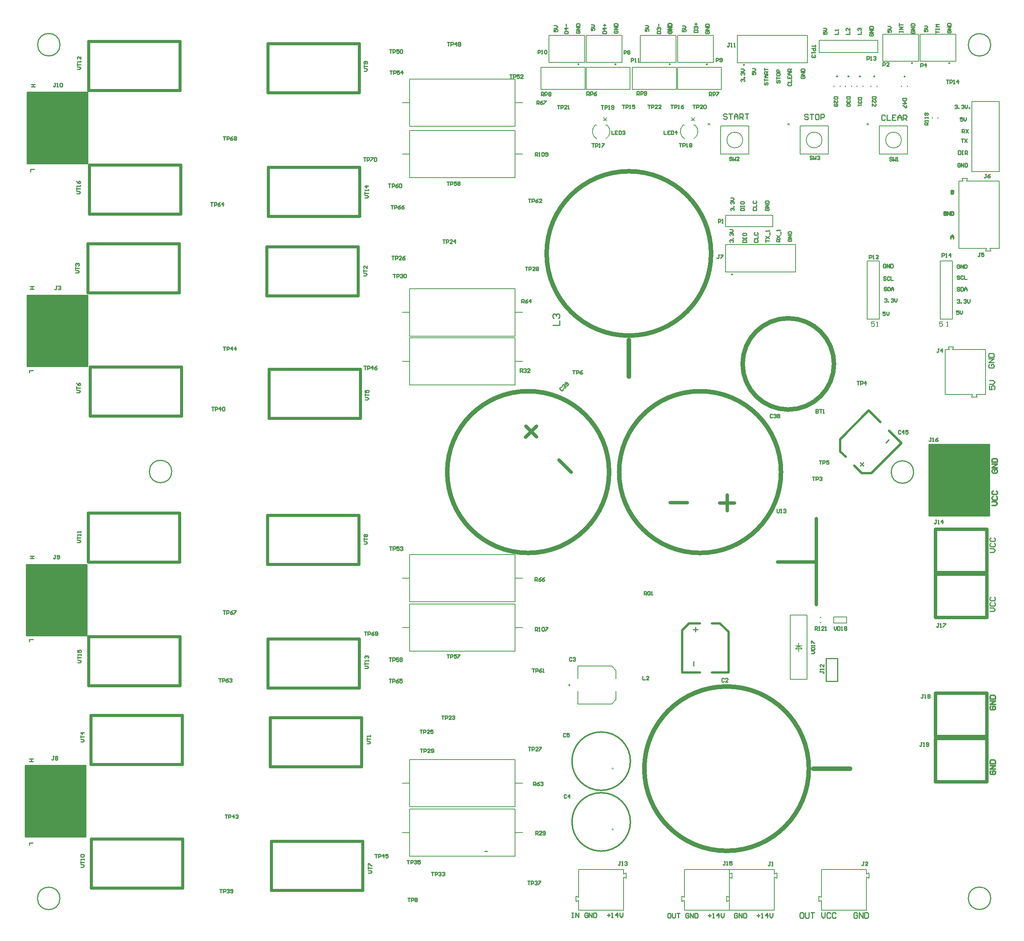
<source format=gbr>
%TF.GenerationSoftware,Altium Limited,Altium Designer,21.6.4 (81)*%
G04 Layer_Color=65535*
%FSLAX43Y43*%
%MOMM*%
%TF.SameCoordinates,A962B9D3-E780-4B03-8A10-E236CC36F35F*%
%TF.FilePolarity,Positive*%
%TF.FileFunction,Legend,Top*%
%TF.Part,Single*%
G01*
G75*
%TA.AperFunction,NonConductor*%
%ADD109C,0.300*%
%ADD136C,0.250*%
%ADD137C,1.016*%
%ADD138C,0.152*%
%ADD139C,0.200*%
%ADD140C,0.762*%
%ADD141C,0.254*%
%ADD143C,0.076*%
%ADD184C,0.508*%
%ADD185C,0.100*%
%ADD186C,0.635*%
%ADD187R,13.462X15.875*%
D109*
X134500Y22125D02*
G03*
X134500Y22125I-6500J0D01*
G01*
Y35650D02*
G03*
X134500Y35650I-6500J0D01*
G01*
X214675Y33474D02*
X214475Y33274D01*
Y32875D01*
X214675Y32675D01*
X215475D01*
X215675Y32875D01*
Y33274D01*
X215475Y33474D01*
X215075D01*
Y33074D01*
X215675Y33874D02*
X214475D01*
X215675Y34674D01*
X214475D01*
Y35074D02*
X215675D01*
Y35674D01*
X215475Y35874D01*
X214675D01*
X214475Y35674D01*
Y35074D01*
X214675Y47870D02*
X214475Y47670D01*
Y47270D01*
X214675Y47070D01*
X215475D01*
X215675Y47270D01*
Y47670D01*
X215475Y47870D01*
X215075D01*
Y47470D01*
X215675Y48270D02*
X214475D01*
X215675Y49069D01*
X214475D01*
Y49469D02*
X215675D01*
Y50069D01*
X215475Y50269D01*
X214675D01*
X214475Y50069D01*
Y49469D01*
X143028Y198196D02*
X142894Y198063D01*
Y197796D01*
X143028Y197663D01*
X143561D01*
X143694Y197796D01*
Y198063D01*
X143561Y198196D01*
X143294D01*
Y197930D01*
X143694Y198463D02*
X142894D01*
X143694Y198996D01*
X142894D01*
Y199262D02*
X143694D01*
Y199662D01*
X143561Y199796D01*
X143028D01*
X142894Y199662D01*
Y199262D01*
X205825Y151925D02*
Y152458D01*
X206092Y152725D01*
X206358Y152458D01*
Y151925D01*
Y152325D01*
X205825D01*
X205888Y162694D02*
Y161895D01*
X206287D01*
X206421Y162028D01*
Y162161D01*
X206287Y162294D01*
X205888D01*
X206287D01*
X206421Y162428D01*
Y162561D01*
X206287Y162694D01*
X205888D01*
X204783Y157816D02*
X204650Y157950D01*
X204383D01*
X204250Y157816D01*
Y157283D01*
X204383Y157150D01*
X204650D01*
X204783Y157283D01*
Y157550D01*
X204517D01*
X205050Y157150D02*
Y157950D01*
X205583Y157150D01*
Y157950D01*
X205849D02*
Y157150D01*
X206249D01*
X206383Y157283D01*
Y157816D01*
X206249Y157950D01*
X205849D01*
X214950Y92575D02*
X215750D01*
X216150Y92975D01*
X215750Y93375D01*
X214950D01*
X215150Y94574D02*
X214950Y94374D01*
Y93975D01*
X215150Y93775D01*
X215950D01*
X216150Y93975D01*
Y94374D01*
X215950Y94574D01*
X215150Y95774D02*
X214950Y95574D01*
Y95174D01*
X215150Y94974D01*
X215950D01*
X216150Y95174D01*
Y95574D01*
X215950Y95774D01*
X215150Y100572D02*
X214950Y100372D01*
Y99973D01*
X215150Y99773D01*
X215950D01*
X216150Y99973D01*
Y100372D01*
X215950Y100572D01*
X215550D01*
Y100173D01*
X216150Y100972D02*
X214950D01*
X216150Y101772D01*
X214950D01*
Y102172D02*
X216150D01*
Y102772D01*
X215950Y102972D01*
X215150D01*
X214950Y102772D01*
Y102172D01*
D136*
X205555Y191050D02*
G03*
X205555Y191050I-125J0D01*
G01*
X197265D02*
G03*
X197265Y191050I-125J0D01*
G01*
X183145Y188075D02*
G03*
X183145Y188075I-125J0D01*
G01*
X195625Y188050D02*
G03*
X195625Y188050I-125J0D01*
G01*
X123049Y190788D02*
G03*
X123049Y190788I-125J0D01*
G01*
X151624D02*
G03*
X151624Y190788I-125J0D01*
G01*
X188850Y188075D02*
G03*
X188850Y188075I-125J0D01*
G01*
X121050Y52600D02*
G03*
X121050Y52600I-125J0D01*
G01*
X157245Y144000D02*
G03*
X157245Y144000I-125J0D01*
G01*
X159879Y190638D02*
G03*
X159879Y190638I-125J0D01*
G01*
X143369Y190788D02*
G03*
X143369Y190788I-125J0D01*
G01*
X131304D02*
G03*
X131304Y190788I-125J0D01*
G01*
X210050Y181030D02*
G03*
X210050Y181030I-125J0D01*
G01*
X185685Y188075D02*
G03*
X185685Y188075I-125J0D01*
G01*
X180605D02*
G03*
X180605Y188075I-125J0D01*
G01*
X102644Y15587D02*
X102111D01*
X207711Y146058D02*
X207578Y146191D01*
X207311D01*
X207178Y146058D01*
Y145524D01*
X207311Y145391D01*
X207578D01*
X207711Y145524D01*
Y145791D01*
X207444D01*
X207977Y145391D02*
Y146191D01*
X208511Y145391D01*
Y146191D01*
X208777D02*
Y145391D01*
X209177D01*
X209310Y145524D01*
Y146058D01*
X209177Y146191D01*
X208777D01*
X169659Y151908D02*
X169525Y151775D01*
Y151508D01*
X169659Y151375D01*
X170192D01*
X170325Y151508D01*
Y151775D01*
X170192Y151908D01*
X169925D01*
Y151642D01*
X170325Y152175D02*
X169525D01*
X170325Y152708D01*
X169525D01*
Y152974D02*
X170325D01*
Y153374D01*
X170192Y153508D01*
X169659D01*
X169525Y153374D01*
Y152974D01*
D137*
X129764Y100000D02*
G03*
X129764Y100000I-18000J0D01*
G01*
X168000D02*
G03*
X168000Y100000I-18000J0D01*
G01*
X115872Y148546D02*
G03*
X115872Y148666I18288J120D01*
G01*
X179785Y124075D02*
G03*
X179785Y124075I-10160J0D01*
G01*
X156018Y15687D02*
G03*
X155898Y15687I-120J18288D01*
G01*
X134160Y121234D02*
Y129362D01*
X175202Y33975D02*
X183330D01*
D138*
X177128Y173914D02*
G03*
X177128Y173914I-1753J0D01*
G01*
X159475D02*
G03*
X159475Y173914I-1753J0D01*
G01*
X194781D02*
G03*
X194781Y173914I-1753J0D01*
G01*
X172251Y170790D02*
X178499D01*
Y177038D01*
X172251D02*
X178499D01*
X172251Y170790D02*
Y177038D01*
X154598Y170790D02*
X160846D01*
Y177038D01*
X154598D02*
X160846D01*
X154598Y170790D02*
Y177038D01*
X189904Y170790D02*
X196152D01*
Y177038D01*
X189904D02*
X196152D01*
X189904Y170790D02*
Y177038D01*
X203902Y133466D02*
X203225D01*
Y132958D01*
X203564Y133127D01*
X203733D01*
X203902Y132958D01*
Y132619D01*
X203733Y132450D01*
X203394D01*
X203225Y132619D01*
X204825Y132450D02*
X205164D01*
X204994D01*
Y133466D01*
X204825Y133296D01*
X189295Y132423D02*
X189634D01*
X189464D01*
Y133438D01*
X189295Y133269D01*
X188786Y133438D02*
X188109D01*
Y132931D01*
X188448Y133100D01*
X188617D01*
X188786Y132931D01*
Y132592D01*
X188617Y132423D01*
X188278D01*
X188109Y132592D01*
X148032Y178359D02*
X148832D01*
X148565D01*
X148032Y178892D01*
X148432Y178492D01*
X148832Y178892D01*
X128474Y178359D02*
X129274D01*
X129007D01*
X128474Y178892D01*
X128874Y178492D01*
X129274Y178892D01*
D139*
X146119Y177131D02*
G03*
X146540Y174158I1443J-1312D01*
G01*
X148584D02*
G03*
X148941Y177198I-1022J1661D01*
G01*
X126561Y177131D02*
G03*
X126982Y174158I1443J-1312D01*
G01*
X129026D02*
G03*
X129383Y177198I-1022J1661D01*
G01*
X170100Y53850D02*
X173775D01*
X170100D02*
Y68200D01*
X173775Y53850D02*
Y68200D01*
X170100D02*
X173775D01*
X171950Y61350D02*
X172657Y60643D01*
X171243D02*
X171950Y61350D01*
X171243Y60643D02*
X172657D01*
X171950Y61350D02*
X172650D01*
X171950Y60050D02*
Y61350D01*
X171250D02*
X171950D01*
Y61950D01*
X179726Y66400D02*
X182601D01*
X179726Y67750D02*
X182601D01*
X179726Y66400D02*
Y67750D01*
X182601Y66400D02*
Y67750D01*
X176677Y67700D02*
X176923D01*
X176677Y66450D02*
X176923D01*
X198910Y191475D02*
Y197425D01*
X206870D01*
Y191475D02*
Y197425D01*
X198910Y191475D02*
X206870D01*
X190620D02*
Y197425D01*
X198580D01*
Y191475D02*
Y197425D01*
X190620Y191475D02*
X198580D01*
X156525Y2500D02*
Y9850D01*
Y10550D02*
Y11500D01*
X146525D02*
X156525D01*
X146525Y2500D02*
X156525D01*
X146525D02*
Y4650D01*
Y5350D02*
Y11500D01*
X145925Y4400D02*
Y5600D01*
Y4400D02*
X146525Y4650D01*
X145925Y5600D02*
X146525Y5350D01*
X156525Y10550D02*
X157125Y10800D01*
Y9600D02*
Y10800D01*
X156525Y9850D02*
X157125Y9600D01*
X133000Y2500D02*
Y9850D01*
Y10550D02*
Y11500D01*
X123000D02*
X133000D01*
X123000Y2500D02*
X133000D01*
X123000D02*
Y4650D01*
Y5350D02*
Y11500D01*
X122400Y4400D02*
Y5600D01*
Y4400D02*
X123000Y4650D01*
X122400Y5600D02*
X123000Y5350D01*
X133000Y10550D02*
X133600Y10800D01*
Y9600D02*
Y10800D01*
X133000Y9850D02*
X133600Y9600D01*
X166525Y2500D02*
Y9850D01*
Y10550D02*
Y11500D01*
X156525D02*
X166525D01*
X156525Y2500D02*
X166525D01*
X156525D02*
Y4650D01*
Y5350D02*
Y11500D01*
X155925Y4400D02*
Y5600D01*
Y4400D02*
X156525Y4650D01*
X155925Y5600D02*
X156525Y5350D01*
X166525Y10550D02*
X167125Y10800D01*
Y9600D02*
Y10800D01*
X166525Y9850D02*
X167125Y9600D01*
X182320Y185800D02*
Y186050D01*
X183670Y185800D02*
Y186050D01*
X203425Y134025D02*
X206115D01*
Y147025D01*
X203425D02*
X206115D01*
X203425Y134025D02*
Y147025D01*
X194800Y185775D02*
Y186025D01*
X196150Y185775D02*
Y186025D01*
X201674Y178761D02*
Y179006D01*
X202924Y178761D02*
Y179006D01*
X116404Y191213D02*
Y197163D01*
X124364D01*
Y191213D02*
Y197163D01*
X116404Y191213D02*
X124364D01*
X144979D02*
Y197163D01*
X152939D01*
Y191213D02*
Y197163D01*
X144979Y191213D02*
X152939D01*
X188025Y185800D02*
Y186050D01*
X189375Y185800D02*
Y186050D01*
X85375Y14525D02*
X108875D01*
X85375D02*
Y25025D01*
X108875D01*
Y14525D02*
Y25025D01*
Y19775D02*
X110505D01*
X83745D02*
X85375D01*
X83745Y65375D02*
X85375D01*
X108875D02*
X110505D01*
X108875Y60125D02*
Y70625D01*
X85375D02*
X108875D01*
X85375Y60125D02*
Y70625D01*
Y60125D02*
X108875D01*
X83745Y76375D02*
X85375D01*
X108875D02*
X110505D01*
X108875Y71125D02*
Y81625D01*
X85375D02*
X108875D01*
X85375Y71125D02*
Y81625D01*
Y71125D02*
X108875D01*
X83745Y30775D02*
X85375D01*
X108875D02*
X110505D01*
X108875Y25525D02*
Y36025D01*
X85375D02*
X108875D01*
X85375Y25525D02*
Y36025D01*
Y25525D02*
X108875D01*
X83745Y124625D02*
X85375D01*
X108875D02*
X110505D01*
X108875Y119375D02*
Y129875D01*
X85375D02*
X108875D01*
X85375Y119375D02*
Y129875D01*
Y119375D02*
X108875D01*
X83745Y135525D02*
X85375D01*
X108875D02*
X110505D01*
X108875Y130275D02*
Y140775D01*
X85375D02*
X108875D01*
X85375Y130275D02*
Y140775D01*
Y130275D02*
X108875D01*
X83745Y170825D02*
X85375D01*
X108875D02*
X110505D01*
X108875Y165575D02*
Y176075D01*
X85375D02*
X108875D01*
X85375Y165575D02*
Y176075D01*
Y165575D02*
X108875D01*
X83745Y182225D02*
X85375D01*
X108875D02*
X110505D01*
X108875Y176975D02*
Y187475D01*
X85375D02*
X108875D01*
X85375Y176975D02*
Y187475D01*
Y176975D02*
X108875D01*
X122825Y48350D02*
X130325D01*
X131325Y49350D01*
Y51200D01*
Y54000D02*
Y55850D01*
X130325Y56850D02*
X131325Y55850D01*
X122825Y56850D02*
X130325D01*
X122825Y48350D02*
Y51200D01*
Y54000D02*
Y56850D01*
X155670Y150600D02*
X171270D01*
Y144500D02*
Y150600D01*
X155670Y144500D02*
X171270D01*
X155670D02*
Y150600D01*
X158304Y191138D02*
Y197238D01*
Y191138D02*
X173904D01*
Y197238D01*
X158304D02*
X173904D01*
X134925Y190115D02*
X144705D01*
X134925Y185155D02*
Y190115D01*
Y185155D02*
X144705D01*
Y190115D01*
X114605D02*
X124385D01*
X114605Y185155D02*
Y190115D01*
Y185155D02*
X124385D01*
Y190115D01*
X144958D02*
X154738D01*
X144958Y185155D02*
Y190115D01*
Y185155D02*
X154738D01*
Y190115D01*
X124638D02*
X134418D01*
X124638Y185155D02*
Y190115D01*
Y185155D02*
X134418D01*
Y190115D01*
X176495Y193397D02*
Y196087D01*
Y193397D02*
X189495D01*
Y196087D01*
X176495D02*
X189495D01*
X187150Y134015D02*
Y147015D01*
X189840D01*
Y134015D02*
Y147015D01*
X187150Y134015D02*
X189840D01*
X136724Y191213D02*
X144684D01*
Y197163D01*
X136724D02*
X144684D01*
X136724Y191213D02*
Y197163D01*
X124659Y191213D02*
X132619D01*
Y197163D01*
X124659D02*
X132619D01*
X124659Y191213D02*
Y197163D01*
X155660Y157143D02*
X166200Y157143D01*
X155660Y154603D02*
Y157143D01*
Y154603D02*
X166200Y154603D01*
Y157143D01*
X146204Y177216D02*
X146546D01*
X148578D02*
X148941D01*
X146119Y177131D02*
X146204Y177216D01*
X126646D02*
X126988D01*
X129020D02*
X129383D01*
X126561Y177131D02*
X126646Y177216D01*
X216525Y166880D02*
Y182480D01*
X210425Y166880D02*
X216525D01*
X210425D02*
Y182480D01*
X216525D01*
X209225Y164800D02*
X216575D01*
X207575D02*
X208525D01*
X208275Y165400D02*
X208525Y164800D01*
X208275Y165400D02*
X209475D01*
X209225Y164800D02*
X209475Y165400D01*
X213475Y149200D02*
X213725Y149800D01*
X214425D02*
X214675Y149200D01*
X213475D02*
X214675D01*
X207575Y149800D02*
X213725D01*
X214425D02*
X216575D01*
Y164800D01*
X207575Y149800D02*
Y164800D01*
X206150Y127275D02*
X213500D01*
X204500D02*
X205450D01*
X204500Y117275D02*
Y127275D01*
X213500Y117275D02*
Y127275D01*
X211350Y117275D02*
X213500D01*
X204500D02*
X210650D01*
X210400Y116675D02*
X211600D01*
X211350Y117275D02*
X211600Y116675D01*
X210400D02*
X210650Y117275D01*
X205200Y127875D02*
X205450Y127275D01*
X205200Y127875D02*
X206400D01*
X206150Y127275D02*
X206400Y127875D01*
X187000Y9850D02*
X187600Y9600D01*
Y10800D01*
X187000Y10550D02*
X187600Y10800D01*
X176400Y5600D02*
X177000Y5350D01*
X176400Y4400D02*
X177000Y4650D01*
X176400Y4400D02*
Y5600D01*
X177000Y5350D02*
Y11500D01*
Y2500D02*
Y4650D01*
Y2500D02*
X187000D01*
X177000Y11500D02*
X187000D01*
Y10550D02*
Y11500D01*
Y2500D02*
Y9850D01*
X186210Y185800D02*
Y186050D01*
X184860Y185800D02*
Y186050D01*
X179780Y185800D02*
Y186050D01*
X181130Y185800D02*
Y186050D01*
D140*
X175845Y70521D02*
Y80046D01*
Y89698D01*
X167209Y80046D02*
X175845D01*
X111136Y107813D02*
X113561Y110237D01*
X118589Y102694D02*
X121284Y100000D01*
X111226Y110237D02*
X113561Y107903D01*
X154318Y93142D02*
X157620D01*
X143269Y93269D02*
X147079D01*
X155969Y94920D02*
X155969Y91491D01*
X202285Y41127D02*
X213715D01*
X202285Y50779D02*
X213715D01*
X202285Y41127D02*
Y50779D01*
X213715Y41127D02*
Y50779D01*
X202285Y31127D02*
X213715D01*
X202285Y40779D02*
X213715D01*
X202285Y31127D02*
Y40779D01*
X213715Y31127D02*
Y40779D01*
X202285Y77674D02*
X213715D01*
X202285Y87326D02*
X213715D01*
X202285Y77674D02*
Y87326D01*
X213715Y77674D02*
Y87326D01*
X202285Y67674D02*
X213715D01*
X202285Y77326D02*
X213715D01*
X202285Y67674D02*
Y77326D01*
X213715Y67674D02*
Y77326D01*
D141*
X197500Y100000D02*
G03*
X197500Y100000I-2500J0D01*
G01*
X214650Y5125D02*
G03*
X214650Y5125I-2500J0D01*
G01*
Y195100D02*
G03*
X214650Y195100I-2500J0D01*
G01*
X7650Y195125D02*
G03*
X7650Y195125I-2500J0D01*
G01*
X32500Y100125D02*
G03*
X32500Y100125I-2500J0D01*
G01*
X7625Y5100D02*
G03*
X7625Y5100I-2500J0D01*
G01*
X167209Y80046D02*
X175845D01*
X200919Y90286D02*
X214381D01*
X200919Y106161D02*
X214381D01*
X200919Y90286D02*
Y106161D01*
X214381Y90286D02*
Y106161D01*
X294Y184559D02*
X13756D01*
X294Y168684D02*
X13756D01*
Y184559D01*
X294Y168684D02*
Y184559D01*
X319Y139389D02*
X13781D01*
X319Y123514D02*
X13781D01*
Y139389D01*
X319Y123514D02*
Y139389D01*
X169Y79439D02*
X13631D01*
X169Y63564D02*
X13631D01*
Y79439D01*
X169Y63564D02*
Y79439D01*
X-156Y34689D02*
X13306D01*
X-156Y18814D02*
X13306D01*
Y34689D01*
X-156Y18814D02*
Y34689D01*
X177980Y53405D02*
X180520D01*
Y54929D02*
Y56961D01*
X177980Y58485D02*
X180520D01*
X177980Y53405D02*
Y58485D01*
X180520Y53405D02*
Y54929D01*
Y56961D02*
Y58485D01*
X155979Y179579D02*
X155779Y179779D01*
X155379D01*
X155179Y179579D01*
Y179379D01*
X155379Y179179D01*
X155779D01*
X155979Y178979D01*
Y178779D01*
X155779Y178579D01*
X155379D01*
X155179Y178779D01*
X156379Y179779D02*
X157178D01*
X156778D01*
Y178579D01*
X157578D02*
Y179379D01*
X157978Y179779D01*
X158378Y179379D01*
Y178579D01*
Y179179D01*
X157578D01*
X158778Y178579D02*
Y179779D01*
X159378D01*
X159578Y179579D01*
Y179179D01*
X159378Y178979D01*
X158778D01*
X159178D02*
X159578Y178579D01*
X159977Y179779D02*
X160777D01*
X160377D01*
Y178579D01*
X148581Y56802D02*
Y57818D01*
X148962Y64422D02*
Y65438D01*
X148454Y64930D02*
X149470D01*
X172804Y1929D02*
X172404D01*
X172204Y1729D01*
Y929D01*
X172404Y729D01*
X172804D01*
X173004Y929D01*
Y1729D01*
X172804Y1929D01*
X173404D02*
Y929D01*
X173604Y729D01*
X174003D01*
X174203Y929D01*
Y1929D01*
X174603D02*
X175403D01*
X175003D01*
Y729D01*
X177002Y1929D02*
Y1129D01*
X177402Y729D01*
X177802Y1129D01*
Y1929D01*
X179002Y1729D02*
X178802Y1929D01*
X178402D01*
X178202Y1729D01*
Y929D01*
X178402Y729D01*
X178802D01*
X179002Y929D01*
X180201Y1729D02*
X180001Y1929D01*
X179602D01*
X179402Y1729D01*
Y929D01*
X179602Y729D01*
X180001D01*
X180201Y929D01*
X185000Y1729D02*
X184800Y1929D01*
X184400D01*
X184200Y1729D01*
Y929D01*
X184400Y729D01*
X184800D01*
X185000Y929D01*
Y1329D01*
X184600D01*
X185400Y729D02*
Y1929D01*
X186199Y729D01*
Y1929D01*
X186599D02*
Y729D01*
X187199D01*
X187399Y929D01*
Y1729D01*
X187199Y1929D01*
X186599D01*
X143304Y1804D02*
X142971D01*
X142804Y1637D01*
Y971D01*
X142971Y804D01*
X143304D01*
X143470Y971D01*
Y1637D01*
X143304Y1804D01*
X143804D02*
Y971D01*
X143970Y804D01*
X144304D01*
X144470Y971D01*
Y1804D01*
X144803D02*
X145470D01*
X145137D01*
Y804D01*
X147469Y1637D02*
X147303Y1804D01*
X146969D01*
X146803Y1637D01*
Y971D01*
X146969Y804D01*
X147303D01*
X147469Y971D01*
Y1304D01*
X147136D01*
X147802Y804D02*
Y1804D01*
X148469Y804D01*
Y1804D01*
X148802D02*
Y804D01*
X149302D01*
X149469Y971D01*
Y1637D01*
X149302Y1804D01*
X148802D01*
X151801Y1304D02*
X152468D01*
X152134Y1637D02*
Y971D01*
X152801Y804D02*
X153134D01*
X152967D01*
Y1804D01*
X152801Y1637D01*
X154134Y804D02*
Y1804D01*
X153634Y1304D01*
X154300D01*
X154634Y1804D02*
Y1137D01*
X154967Y804D01*
X155300Y1137D01*
Y1804D01*
X158299Y1637D02*
X158132Y1804D01*
X157799D01*
X157633Y1637D01*
Y971D01*
X157799Y804D01*
X158132D01*
X158299Y971D01*
Y1304D01*
X157966D01*
X158632Y804D02*
Y1804D01*
X159299Y804D01*
Y1804D01*
X159632D02*
Y804D01*
X160132D01*
X160298Y971D01*
Y1637D01*
X160132Y1804D01*
X159632D01*
X162631Y1304D02*
X163297D01*
X162964Y1637D02*
Y971D01*
X163631Y804D02*
X163964D01*
X163797D01*
Y1804D01*
X163631Y1637D01*
X164964Y804D02*
Y1804D01*
X164464Y1304D01*
X165130D01*
X165463Y1804D02*
Y1137D01*
X165797Y804D01*
X166130Y1137D01*
Y1804D01*
X121479Y1879D02*
X121812D01*
X121646D01*
Y879D01*
X121479D01*
X121812D01*
X122312D02*
Y1879D01*
X122979Y879D01*
Y1879D01*
X124978Y1712D02*
X124811Y1879D01*
X124478D01*
X124311Y1712D01*
Y1046D01*
X124478Y879D01*
X124811D01*
X124978Y1046D01*
Y1379D01*
X124645D01*
X125311Y879D02*
Y1879D01*
X125978Y879D01*
Y1879D01*
X126311D02*
Y879D01*
X126811D01*
X126977Y1046D01*
Y1712D01*
X126811Y1879D01*
X126311D01*
X129310Y1379D02*
X129976D01*
X129643Y1712D02*
Y1046D01*
X130309Y879D02*
X130643D01*
X130476D01*
Y1879D01*
X130309Y1712D01*
X131642Y879D02*
Y1879D01*
X131143Y1379D01*
X131809D01*
X132142Y1879D02*
Y1212D01*
X132475Y879D01*
X132809Y1212D01*
Y1879D01*
X214346Y124004D02*
X214146Y123804D01*
Y123404D01*
X214346Y123204D01*
X215146D01*
X215346Y123404D01*
Y123804D01*
X215146Y124004D01*
X214746D01*
Y123604D01*
X215346Y124404D02*
X214146D01*
X215346Y125203D01*
X214146D01*
Y125603D02*
X215346D01*
Y126203D01*
X215146Y126403D01*
X214346D01*
X214146Y126203D01*
Y125603D01*
X191175Y135676D02*
X190642D01*
Y135276D01*
X190908Y135409D01*
X191042D01*
X191175Y135276D01*
Y135009D01*
X191042Y134876D01*
X190775D01*
X190642Y135009D01*
X191442Y135676D02*
Y135143D01*
X191708Y134876D01*
X191975Y135143D01*
Y135676D01*
X214346Y119204D02*
Y118404D01*
X214946D01*
X214746Y118804D01*
Y119004D01*
X214946Y119204D01*
X215346D01*
X215546Y119004D01*
Y118604D01*
X215346Y118404D01*
X214346Y119604D02*
X215146D01*
X215546Y120003D01*
X215146Y120403D01*
X214346D01*
X207532Y135933D02*
X206999D01*
Y135533D01*
X207266Y135666D01*
X207399D01*
X207532Y135533D01*
Y135267D01*
X207399Y135133D01*
X207132D01*
X206999Y135267D01*
X207799Y135933D02*
Y135400D01*
X208065Y135133D01*
X208332Y135400D01*
Y135933D01*
X208395Y178937D02*
X207862D01*
Y178537D01*
X208129Y178671D01*
X208262D01*
X208395Y178537D01*
Y178271D01*
X208262Y178138D01*
X207995D01*
X207862Y178271D01*
X208662Y178937D02*
Y178404D01*
X208928Y178138D01*
X209195Y178404D01*
Y178937D01*
X161571Y189012D02*
Y188479D01*
X161971D01*
X161838Y188746D01*
Y188879D01*
X161971Y189012D01*
X162238D01*
X162371Y188879D01*
Y188612D01*
X162238Y188479D01*
X161571Y189279D02*
X162104D01*
X162371Y189545D01*
X162104Y189812D01*
X161571D01*
X199827Y198549D02*
Y198016D01*
X200226D01*
X200093Y198283D01*
Y198416D01*
X200226Y198549D01*
X200493D01*
X200626Y198416D01*
Y198149D01*
X200493Y198016D01*
X199827Y198816D02*
X200360D01*
X200626Y199082D01*
X200360Y199349D01*
X199827D01*
X191714Y198398D02*
Y197864D01*
X192114D01*
X191981Y198131D01*
Y198264D01*
X192114Y198398D01*
X192381D01*
X192514Y198264D01*
Y197998D01*
X192381Y197864D01*
X191714Y198664D02*
X192247D01*
X192514Y198931D01*
X192247Y199197D01*
X191714D01*
X191995Y107218D02*
X191277Y106500D01*
X186337Y102099D02*
X185619Y101381D01*
X186337Y101381D02*
X185619Y102099D01*
X205121Y198295D02*
X204988Y198162D01*
Y197895D01*
X205121Y197762D01*
X205654D01*
X205788Y197895D01*
Y198162D01*
X205654Y198295D01*
X205388D01*
Y198029D01*
X205788Y198562D02*
X204988D01*
X205788Y199095D01*
X204988D01*
Y199362D02*
X205788D01*
Y199761D01*
X205654Y199895D01*
X205121D01*
X204988Y199761D01*
Y199362D01*
X197071Y198220D02*
X196938Y198087D01*
Y197820D01*
X197071Y197687D01*
X197604D01*
X197738Y197820D01*
Y198087D01*
X197604Y198220D01*
X197338D01*
Y197954D01*
X197738Y198487D02*
X196938D01*
X197738Y199020D01*
X196938D01*
Y199287D02*
X197738D01*
Y199686D01*
X197604Y199820D01*
X197071D01*
X196938Y199686D01*
Y199287D01*
X187837Y197612D02*
X187704Y197479D01*
Y197212D01*
X187837Y197079D01*
X188371D01*
X188504Y197212D01*
Y197479D01*
X188371Y197612D01*
X188104D01*
Y197346D01*
X188504Y197879D02*
X187704D01*
X188504Y198412D01*
X187704D01*
Y198678D02*
X188504D01*
Y199078D01*
X188371Y199212D01*
X187837D01*
X187704Y199078D01*
Y198678D01*
X185047Y197492D02*
X185847D01*
Y198025D01*
X185180Y198292D02*
X185047Y198425D01*
Y198692D01*
X185180Y198825D01*
X185314D01*
X185447Y198692D01*
Y198558D01*
Y198692D01*
X185580Y198825D01*
X185713D01*
X185847Y198692D01*
Y198425D01*
X185713Y198292D01*
X182441Y197492D02*
X183241D01*
Y198025D01*
Y198825D02*
Y198292D01*
X182708Y198825D01*
X182575D01*
X182441Y198692D01*
Y198425D01*
X182575Y198292D01*
X179967Y197492D02*
X180767D01*
Y198025D01*
Y198292D02*
Y198558D01*
Y198425D01*
X179967D01*
X180100Y198292D01*
X146048Y198551D02*
Y198018D01*
X146447D01*
X146314Y198285D01*
Y198418D01*
X146447Y198551D01*
X146714D01*
X146847Y198418D01*
Y198151D01*
X146714Y198018D01*
X146048Y198818D02*
X146581D01*
X146847Y199084D01*
X146581Y199351D01*
X146048D01*
X148655Y197871D02*
X149455D01*
Y198271D01*
X149322Y198404D01*
X148789D01*
X148655Y198271D01*
Y197871D01*
X148789Y198671D02*
X148655Y198804D01*
Y199071D01*
X148789Y199204D01*
X148922D01*
X149055Y199071D01*
Y198937D01*
Y199071D01*
X149188Y199204D01*
X149322D01*
X149455Y199071D01*
Y198804D01*
X149322Y198671D01*
X149055Y199470D02*
Y200004D01*
X148789Y199737D02*
X149322D01*
X140400Y197617D02*
X141200D01*
Y198017D01*
X141067Y198150D01*
X140534D01*
X140400Y198017D01*
Y197617D01*
X140534Y198417D02*
X140400Y198550D01*
Y198817D01*
X140534Y198950D01*
X140667D01*
X140800Y198817D01*
Y198683D01*
Y198817D01*
X140933Y198950D01*
X141067D01*
X141200Y198817D01*
Y198550D01*
X141067Y198417D01*
X140800Y199216D02*
Y199750D01*
X128335Y197617D02*
X129135D01*
Y198017D01*
X129002Y198150D01*
X128469D01*
X128335Y198017D01*
Y197617D01*
X129135Y198817D02*
X128335D01*
X128735Y198417D01*
Y198950D01*
Y199216D02*
Y199750D01*
X128469Y199483D02*
X129002D01*
X191445Y141027D02*
X191312Y141160D01*
X191045D01*
X190912Y141027D01*
Y140893D01*
X191045Y140760D01*
X191312D01*
X191445Y140627D01*
Y140493D01*
X191312Y140360D01*
X191045D01*
X190912Y140493D01*
X191712Y141160D02*
Y140360D01*
X192112D01*
X192245Y140493D01*
Y141027D01*
X192112Y141160D01*
X191712D01*
X192512Y140360D02*
Y140893D01*
X192778Y141160D01*
X193045Y140893D01*
Y140360D01*
Y140760D01*
X192512D01*
X191345Y143359D02*
X191212Y143493D01*
X190945D01*
X190812Y143359D01*
Y143226D01*
X190945Y143093D01*
X191212D01*
X191345Y142960D01*
Y142826D01*
X191212Y142693D01*
X190945D01*
X190812Y142826D01*
X192145Y143359D02*
X192012Y143493D01*
X191745D01*
X191612Y143359D01*
Y142826D01*
X191745Y142693D01*
X192012D01*
X192145Y142826D01*
X192412Y143493D02*
Y142693D01*
X192945D01*
X159205Y186929D02*
X159071Y187062D01*
Y187329D01*
X159205Y187462D01*
X159338D01*
X159471Y187329D01*
Y187196D01*
Y187329D01*
X159604Y187462D01*
X159738D01*
X159871Y187329D01*
Y187062D01*
X159738Y186929D01*
X159871Y187729D02*
X159738D01*
Y187862D01*
X159871D01*
Y187729D01*
X159205Y188395D02*
X159071Y188528D01*
Y188795D01*
X159205Y188928D01*
X159338D01*
X159471Y188795D01*
Y188662D01*
Y188795D01*
X159604Y188928D01*
X159738D01*
X159871Y188795D01*
Y188528D01*
X159738Y188395D01*
X159071Y189195D02*
X159604D01*
X159871Y189462D01*
X159604Y189728D01*
X159071D01*
X169630Y186562D02*
X169496Y186429D01*
Y186162D01*
X169630Y186029D01*
X170163D01*
X170296Y186162D01*
Y186429D01*
X170163Y186562D01*
X169496Y186829D02*
X170296D01*
Y187362D01*
X169496Y188162D02*
Y187628D01*
X170296D01*
Y188162D01*
X169896Y187628D02*
Y187895D01*
X170296Y188428D02*
X169763D01*
X169496Y188695D01*
X169763Y188961D01*
X170296D01*
X169896D01*
Y188428D01*
X170296Y189228D02*
X169496D01*
Y189628D01*
X169630Y189761D01*
X169896D01*
X170029Y189628D01*
Y189228D01*
Y189495D02*
X170296Y189761D01*
X164405Y186737D02*
X164271Y186604D01*
Y186337D01*
X164405Y186204D01*
X164538D01*
X164671Y186337D01*
Y186604D01*
X164804Y186737D01*
X164938D01*
X165071Y186604D01*
Y186337D01*
X164938Y186204D01*
X164271Y187004D02*
Y187537D01*
Y187270D01*
X165071D01*
Y187803D02*
X164538D01*
X164271Y188070D01*
X164538Y188337D01*
X165071D01*
X164671D01*
Y187803D01*
X165071Y188603D02*
X164271D01*
Y189003D01*
X164405Y189136D01*
X164671D01*
X164804Y189003D01*
Y188603D01*
Y188870D02*
X165071Y189136D01*
X164271Y189403D02*
Y189936D01*
Y189670D01*
X165071D01*
X167105Y187187D02*
X166971Y187054D01*
Y186787D01*
X167105Y186654D01*
X167238D01*
X167371Y186787D01*
Y187054D01*
X167504Y187187D01*
X167638D01*
X167771Y187054D01*
Y186787D01*
X167638Y186654D01*
X166971Y187454D02*
Y187987D01*
Y187720D01*
X167771D01*
X166971Y188653D02*
Y188387D01*
X167105Y188253D01*
X167638D01*
X167771Y188387D01*
Y188653D01*
X167638Y188787D01*
X167105D01*
X166971Y188653D01*
X167771Y189053D02*
X166971D01*
Y189453D01*
X167105Y189586D01*
X167371D01*
X167504Y189453D01*
Y189053D01*
X119830Y197617D02*
X120630D01*
Y198017D01*
X120497Y198150D01*
X119964D01*
X119830Y198017D01*
Y197617D01*
X120630Y198817D02*
X119830D01*
X120230Y198417D01*
Y198950D01*
Y199216D02*
Y199750D01*
X125751Y198812D02*
Y198279D01*
X126151D01*
X126018Y198546D01*
Y198679D01*
X126151Y198812D01*
X126418D01*
X126551Y198679D01*
Y198412D01*
X126418Y198279D01*
X125751Y199079D02*
X126285D01*
X126551Y199345D01*
X126285Y199612D01*
X125751D01*
X202367Y197679D02*
Y198212D01*
Y197946D01*
X203166D01*
X202367Y198479D02*
Y198745D01*
Y198612D01*
X203166D01*
Y198479D01*
Y198745D01*
Y199145D02*
X202367D01*
X202633Y199412D01*
X202367Y199678D01*
X203166D01*
X117496Y198572D02*
Y198039D01*
X117896D01*
X117763Y198306D01*
Y198439D01*
X117896Y198572D01*
X118163D01*
X118296Y198439D01*
Y198172D01*
X118163Y198039D01*
X117496Y198839D02*
X118030D01*
X118296Y199105D01*
X118030Y199372D01*
X117496D01*
X122609Y198208D02*
X122475Y198075D01*
Y197808D01*
X122609Y197675D01*
X123142D01*
X123275Y197808D01*
Y198075D01*
X123142Y198208D01*
X122875D01*
Y197942D01*
X123275Y198475D02*
X122475D01*
X123275Y199008D01*
X122475D01*
Y199274D02*
X123275D01*
Y199674D01*
X123142Y199808D01*
X122609D01*
X122475Y199674D01*
Y199274D01*
X194296Y197879D02*
Y198146D01*
Y198012D01*
X195096D01*
Y197879D01*
Y198146D01*
Y198545D02*
X194296D01*
X195096Y199079D01*
X194296D01*
Y199345D02*
Y199878D01*
Y199612D01*
X195096D01*
X207432Y171529D02*
Y170729D01*
X207832D01*
X207966Y170862D01*
Y171395D01*
X207832Y171529D01*
X207432D01*
X208232D02*
X208499D01*
X208365D01*
Y170729D01*
X208232D01*
X208499D01*
X208899D02*
Y171529D01*
X209298D01*
X209432Y171395D01*
Y171129D01*
X209298Y170996D01*
X208899D01*
X209165D02*
X209432Y170729D01*
X137771Y198637D02*
Y198104D01*
X138171D01*
X138038Y198371D01*
Y198504D01*
X138171Y198637D01*
X138438D01*
X138571Y198504D01*
Y198237D01*
X138438Y198104D01*
X137771Y198904D02*
X138304D01*
X138571Y199170D01*
X138304Y199437D01*
X137771D01*
X208256Y175505D02*
Y176304D01*
X208655D01*
X208789Y176171D01*
Y175904D01*
X208655Y175771D01*
X208256D01*
X208522D02*
X208789Y175505D01*
X209055Y176304D02*
X209589Y175505D01*
Y176304D02*
X209055Y175505D01*
X208034Y174179D02*
X208567D01*
X208300D01*
Y173380D01*
X208833Y174179D02*
X209367Y173380D01*
Y174179D02*
X208833Y173380D01*
X207715Y143599D02*
X207582Y143733D01*
X207315D01*
X207182Y143599D01*
Y143466D01*
X207315Y143333D01*
X207582D01*
X207715Y143200D01*
Y143066D01*
X207582Y142933D01*
X207315D01*
X207182Y143066D01*
X208515Y143599D02*
X208381Y143733D01*
X208115D01*
X207981Y143599D01*
Y143066D01*
X208115Y142933D01*
X208381D01*
X208515Y143066D01*
X208781Y143733D02*
Y142933D01*
X209314D01*
X161878Y158760D02*
X161745Y158626D01*
Y158360D01*
X161878Y158226D01*
X162411D01*
X162545Y158360D01*
Y158626D01*
X162411Y158760D01*
X161745Y159026D02*
X162545D01*
Y159559D01*
X161878Y160359D02*
X161745Y160226D01*
Y159959D01*
X161878Y159826D01*
X162411D01*
X162545Y159959D01*
Y160226D01*
X162411Y160359D01*
X158983Y158226D02*
X159782D01*
Y158626D01*
X159649Y158760D01*
X159116D01*
X158983Y158626D01*
Y158226D01*
Y159026D02*
Y159293D01*
Y159159D01*
X159782D01*
Y159026D01*
Y159293D01*
X158983Y160092D02*
Y159826D01*
X159116Y159693D01*
X159649D01*
X159782Y159826D01*
Y160092D01*
X159649Y160226D01*
X159116D01*
X158983Y160092D01*
X164622Y158760D02*
X164488Y158626D01*
Y158360D01*
X164622Y158226D01*
X165155D01*
X165288Y158360D01*
Y158626D01*
X165155Y158760D01*
X164888D01*
Y158493D01*
X165288Y159026D02*
X164488D01*
X165288Y159559D01*
X164488D01*
Y159826D02*
X165288D01*
Y160226D01*
X165155Y160359D01*
X164622D01*
X164488Y160226D01*
Y159826D01*
X156906Y158226D02*
X156772Y158360D01*
Y158626D01*
X156906Y158760D01*
X157039D01*
X157172Y158626D01*
Y158493D01*
Y158626D01*
X157305Y158760D01*
X157439D01*
X157572Y158626D01*
Y158360D01*
X157439Y158226D01*
X157572Y159026D02*
X157439D01*
Y159159D01*
X157572D01*
Y159026D01*
X156906Y159693D02*
X156772Y159826D01*
Y160092D01*
X156906Y160226D01*
X157039D01*
X157172Y160092D01*
Y159959D01*
Y160092D01*
X157305Y160226D01*
X157439D01*
X157572Y160092D01*
Y159826D01*
X157439Y159693D01*
X156772Y160492D02*
X157305D01*
X157572Y160759D01*
X157305Y161025D01*
X156772D01*
X207715Y140982D02*
X207582Y141115D01*
X207315D01*
X207182Y140982D01*
Y140848D01*
X207315Y140715D01*
X207582D01*
X207715Y140582D01*
Y140448D01*
X207582Y140315D01*
X207315D01*
X207182Y140448D01*
X207981Y141115D02*
Y140315D01*
X208381D01*
X208515Y140448D01*
Y140982D01*
X208381Y141115D01*
X207981D01*
X208781Y140315D02*
Y140848D01*
X209048Y141115D01*
X209314Y140848D01*
Y140315D01*
Y140715D01*
X208781D01*
X207182Y138291D02*
X207315Y138425D01*
X207582D01*
X207715Y138291D01*
Y138158D01*
X207582Y138025D01*
X207448D01*
X207582D01*
X207715Y137892D01*
Y137758D01*
X207582Y137625D01*
X207315D01*
X207182Y137758D01*
X207981Y137625D02*
Y137758D01*
X208115D01*
Y137625D01*
X207981D01*
X208648Y138291D02*
X208781Y138425D01*
X209048D01*
X209181Y138291D01*
Y138158D01*
X209048Y138025D01*
X208915D01*
X209048D01*
X209181Y137892D01*
Y137758D01*
X209048Y137625D01*
X208781D01*
X208648Y137758D01*
X209448Y138425D02*
Y137892D01*
X209714Y137625D01*
X209981Y137892D01*
Y138425D01*
X159510Y151185D02*
X160310D01*
Y151585D01*
X160177Y151718D01*
X159644D01*
X159510Y151585D01*
Y151185D01*
Y151985D02*
Y152251D01*
Y152118D01*
X160310D01*
Y151985D01*
Y152251D01*
X159510Y153051D02*
Y152784D01*
X159644Y152651D01*
X160177D01*
X160310Y152784D01*
Y153051D01*
X160177Y153184D01*
X159644D01*
X159510Y153051D01*
X164584Y151185D02*
Y151718D01*
Y151452D01*
X165384D01*
X164584Y151985D02*
X165384Y152518D01*
X164584D02*
X165384Y151985D01*
X165517Y152784D02*
Y153318D01*
X165384Y153584D02*
Y153851D01*
Y153718D01*
X164584D01*
X164717Y153584D01*
X162184Y151718D02*
X162050Y151585D01*
Y151318D01*
X162184Y151185D01*
X162717D01*
X162850Y151318D01*
Y151585D01*
X162717Y151718D01*
X162050Y151985D02*
X162850D01*
Y152518D01*
X162184Y153318D02*
X162050Y153184D01*
Y152918D01*
X162184Y152784D01*
X162717D01*
X162850Y152918D01*
Y153184D01*
X162717Y153318D01*
X156723Y151185D02*
X156589Y151318D01*
Y151585D01*
X156723Y151718D01*
X156856D01*
X156989Y151585D01*
Y151452D01*
Y151585D01*
X157122Y151718D01*
X157256D01*
X157389Y151585D01*
Y151318D01*
X157256Y151185D01*
X157389Y151985D02*
X157256D01*
Y152118D01*
X157389D01*
Y151985D01*
X156723Y152651D02*
X156589Y152784D01*
Y153051D01*
X156723Y153184D01*
X156856D01*
X156989Y153051D01*
Y152918D01*
Y153051D01*
X157122Y153184D01*
X157256D01*
X157389Y153051D01*
Y152784D01*
X157256Y152651D01*
X156589Y153451D02*
X157122D01*
X157389Y153718D01*
X157122Y153984D01*
X156589D01*
X167797Y151312D02*
X166997D01*
Y151712D01*
X167130Y151845D01*
X167397D01*
X167530Y151712D01*
Y151312D01*
Y151579D02*
X167797Y151845D01*
X166997Y152112D02*
X167797Y152645D01*
X166997D02*
X167797Y152112D01*
X167930Y152911D02*
Y153445D01*
X167797Y153711D02*
Y153978D01*
Y153845D01*
X166997D01*
X167130Y153711D01*
X131034Y198258D02*
X130900Y198125D01*
Y197858D01*
X131034Y197725D01*
X131567D01*
X131700Y197858D01*
Y198125D01*
X131567Y198258D01*
X131300D01*
Y197992D01*
X131700Y198525D02*
X130900D01*
X131700Y199058D01*
X130900D01*
Y199324D02*
X131700D01*
Y199724D01*
X131567Y199858D01*
X131034D01*
X130900Y199724D01*
Y199324D01*
X151329Y198150D02*
X151195Y198017D01*
Y197750D01*
X151329Y197617D01*
X151862D01*
X151995Y197750D01*
Y198017D01*
X151862Y198150D01*
X151595D01*
Y197884D01*
X151995Y198417D02*
X151195D01*
X151995Y198950D01*
X151195D01*
Y199216D02*
X151995D01*
Y199616D01*
X151862Y199750D01*
X151329D01*
X151195Y199616D01*
Y199216D01*
X174029Y179479D02*
X173829Y179679D01*
X173429D01*
X173229Y179479D01*
Y179279D01*
X173429Y179079D01*
X173829D01*
X174029Y178879D01*
Y178679D01*
X173829Y178479D01*
X173429D01*
X173229Y178679D01*
X174429Y179679D02*
X175228D01*
X174828D01*
Y178479D01*
X176228Y179679D02*
X175828D01*
X175628Y179479D01*
Y178679D01*
X175828Y178479D01*
X176228D01*
X176428Y178679D01*
Y179479D01*
X176228Y179679D01*
X176828Y178479D02*
Y179679D01*
X177428D01*
X177628Y179479D01*
Y179079D01*
X177428Y178879D01*
X176828D01*
X172605Y188162D02*
X172471Y188029D01*
Y187762D01*
X172605Y187629D01*
X173138D01*
X173271Y187762D01*
Y188029D01*
X173138Y188162D01*
X172871D01*
Y187896D01*
X173271Y188429D02*
X172471D01*
X173271Y188962D01*
X172471D01*
Y189228D02*
X173271D01*
Y189628D01*
X173138Y189762D01*
X172605D01*
X172471Y189628D01*
Y189228D01*
X206656Y181581D02*
X206789Y181714D01*
X207055D01*
X207189Y181581D01*
Y181447D01*
X207055Y181314D01*
X206922D01*
X207055D01*
X207189Y181181D01*
Y181048D01*
X207055Y180914D01*
X206789D01*
X206656Y181048D01*
X207455Y180914D02*
Y181048D01*
X207589D01*
Y180914D01*
X207455D01*
X208122Y181581D02*
X208255Y181714D01*
X208522D01*
X208655Y181581D01*
Y181447D01*
X208522Y181314D01*
X208388D01*
X208522D01*
X208655Y181181D01*
Y181048D01*
X208522Y180914D01*
X208255D01*
X208122Y181048D01*
X208922Y181714D02*
Y181181D01*
X209188Y180914D01*
X209455Y181181D01*
Y181714D01*
X214446Y68979D02*
X215246D01*
X215646Y69379D01*
X215246Y69779D01*
X214446D01*
X214646Y70978D02*
X214446Y70778D01*
Y70379D01*
X214646Y70179D01*
X215446D01*
X215646Y70379D01*
Y70778D01*
X215446Y70978D01*
X214646Y72178D02*
X214446Y71978D01*
Y71578D01*
X214646Y71378D01*
X215446D01*
X215646Y71578D01*
Y71978D01*
X215446Y72178D01*
X214446Y82175D02*
X215246D01*
X215646Y82575D01*
X215246Y82974D01*
X214446D01*
X214646Y84174D02*
X214446Y83974D01*
Y83574D01*
X214646Y83374D01*
X215446D01*
X215646Y83574D01*
Y83974D01*
X215446Y84174D01*
X214646Y85374D02*
X214446Y85174D01*
Y84774D01*
X214646Y84574D01*
X215446D01*
X215646Y84774D01*
Y85174D01*
X215446Y85374D01*
X177427Y198025D02*
Y197492D01*
X177827D01*
X177694Y197759D01*
Y197892D01*
X177827Y198025D01*
X178093D01*
X178227Y197892D01*
Y197625D01*
X178093Y197492D01*
X177427Y198292D02*
X177960D01*
X178227Y198558D01*
X177960Y198825D01*
X177427D01*
X207825Y168617D02*
X207691Y168751D01*
X207425D01*
X207292Y168617D01*
Y168084D01*
X207425Y167951D01*
X207691D01*
X207825Y168084D01*
Y168351D01*
X207558D01*
X208091Y167951D02*
Y168751D01*
X208624Y167951D01*
Y168751D01*
X208891D02*
Y167951D01*
X209291D01*
X209424Y168084D01*
Y168617D01*
X209291Y168751D01*
X208891D01*
X191004Y138509D02*
X191137Y138643D01*
X191404D01*
X191537Y138509D01*
Y138376D01*
X191404Y138243D01*
X191271D01*
X191404D01*
X191537Y138110D01*
Y137976D01*
X191404Y137843D01*
X191137D01*
X191004Y137976D01*
X191804Y137843D02*
Y137976D01*
X191937D01*
Y137843D01*
X191804D01*
X192470Y138509D02*
X192603Y138643D01*
X192870D01*
X193003Y138509D01*
Y138376D01*
X192870Y138243D01*
X192737D01*
X192870D01*
X193003Y138110D01*
Y137976D01*
X192870Y137843D01*
X192603D01*
X192470Y137976D01*
X193270Y138643D02*
Y138110D01*
X193537Y137843D01*
X193803Y138110D01*
Y138643D01*
X191287Y146145D02*
X191154Y146279D01*
X190887D01*
X190754Y146145D01*
Y145612D01*
X190887Y145479D01*
X191154D01*
X191287Y145612D01*
Y145879D01*
X191021D01*
X191554Y145479D02*
Y146279D01*
X192087Y145479D01*
Y146279D01*
X192353D02*
Y145479D01*
X192753D01*
X192887Y145612D01*
Y146145D01*
X192753Y146279D01*
X192353D01*
X191148Y179295D02*
X190948Y179495D01*
X190548D01*
X190348Y179295D01*
Y178495D01*
X190548Y178295D01*
X190948D01*
X191148Y178495D01*
X191548Y179495D02*
Y178295D01*
X192348D01*
X193547Y179495D02*
X192748D01*
Y178295D01*
X193547D01*
X192748Y178895D02*
X193147D01*
X193947Y178295D02*
Y179095D01*
X194347Y179495D01*
X194747Y179095D01*
Y178295D01*
Y178895D01*
X193947D01*
X195147Y178295D02*
Y179495D01*
X195747D01*
X195947Y179295D01*
Y178895D01*
X195747Y178695D01*
X195147D01*
X195547D02*
X195947Y178295D01*
X1904Y167371D02*
X1104D01*
Y166838D01*
X1246Y185754D02*
X2046D01*
X1646D01*
Y186287D01*
X1246D01*
X2046D01*
X1654Y122596D02*
X854D01*
Y122063D01*
X1021Y140754D02*
X1821D01*
X1421D01*
Y141287D01*
X1021D01*
X1821D01*
X1629Y62771D02*
X829D01*
Y62238D01*
X1021Y80804D02*
X1821D01*
X1421D01*
Y81337D01*
X1021D01*
X1821D01*
X1579Y17496D02*
X779D01*
Y16963D01*
X821Y35604D02*
X1621D01*
X1221D01*
Y36137D01*
X821D01*
X1621D01*
X179776Y65625D02*
Y65092D01*
X180043Y64825D01*
X180310Y65092D01*
Y65625D01*
X180576D02*
Y64825D01*
X180976D01*
X181109Y64958D01*
Y65492D01*
X180976Y65625D01*
X180576D01*
X181376Y64825D02*
X181642D01*
X181509D01*
Y65625D01*
X181376Y65492D01*
X182042D02*
X182176Y65625D01*
X182442D01*
X182575Y65492D01*
Y65358D01*
X182442Y65225D01*
X182575Y65092D01*
Y64958D01*
X182442Y64825D01*
X182176D01*
X182042Y64958D01*
Y65092D01*
X182176Y65225D01*
X182042Y65358D01*
Y65492D01*
X182176Y65225D02*
X182442D01*
X174675Y59650D02*
X175208D01*
X175475Y59917D01*
X175208Y60184D01*
X174675D01*
Y60450D02*
X175475D01*
Y60850D01*
X175342Y60983D01*
X174808D01*
X174675Y60850D01*
Y60450D01*
X175475Y61250D02*
Y61517D01*
Y61383D01*
X174675D01*
X174808Y61250D01*
X174675Y61916D02*
Y62450D01*
X174808D01*
X175342Y61916D01*
X175475D01*
X175534Y64825D02*
Y65625D01*
X175934D01*
X176067Y65492D01*
Y65225D01*
X175934Y65092D01*
X175534D01*
X175800D02*
X176067Y64825D01*
X176333D02*
X176600D01*
X176467D01*
Y65625D01*
X176333Y65492D01*
X177533Y64825D02*
X177000D01*
X177533Y65358D01*
Y65492D01*
X177400Y65625D01*
X177133D01*
X177000Y65492D01*
X177800Y64825D02*
X178066D01*
X177933D01*
Y65625D01*
X177800Y65492D01*
X119159Y118886D02*
X118971D01*
X118783Y118698D01*
X118782Y118509D01*
X119159Y118132D01*
X119348D01*
X119536Y118321D01*
X119536Y118509D01*
X119348Y119075D02*
X119348Y119263D01*
X119536Y119452D01*
X119725D01*
X119819Y119358D01*
Y119169D01*
X119725Y119075D01*
X119819Y119169D01*
X120008Y119169D01*
X120102Y119075D01*
X120102Y118886D01*
X119913Y118698D01*
X119725D01*
X120290Y119263D02*
X120479D01*
X120668Y119452D01*
X120668Y119641D01*
X120290Y120018D01*
X120102D01*
X119913Y119829D01*
X119913Y119641D01*
X120008Y119546D01*
X120196Y119546D01*
X120479Y119829D01*
X166092Y112767D02*
X165959Y112900D01*
X165692D01*
X165559Y112767D01*
Y112233D01*
X165692Y112100D01*
X165959D01*
X166092Y112233D01*
X166358Y112767D02*
X166492Y112900D01*
X166758D01*
X166892Y112767D01*
Y112633D01*
X166758Y112500D01*
X166625D01*
X166758D01*
X166892Y112367D01*
Y112233D01*
X166758Y112100D01*
X166492D01*
X166358Y112233D01*
X167158Y112767D02*
X167291Y112900D01*
X167558D01*
X167691Y112767D01*
Y112633D01*
X167558Y112500D01*
X167691Y112367D01*
Y112233D01*
X167558Y112100D01*
X167291D01*
X167158Y112233D01*
Y112367D01*
X167291Y112500D01*
X167158Y112633D01*
Y112767D01*
X167291Y112500D02*
X167558D01*
X155608Y13325D02*
X155342D01*
X155475D01*
Y12658D01*
X155342Y12525D01*
X155209D01*
X155075Y12658D01*
X155875Y12525D02*
X156142D01*
X156008D01*
Y13325D01*
X155875Y13192D01*
X157075Y13325D02*
X156542D01*
Y12925D01*
X156808Y13058D01*
X156941D01*
X157075Y12925D01*
Y12658D01*
X156941Y12525D01*
X156675D01*
X156542Y12658D01*
X132283Y13275D02*
X132017D01*
X132150D01*
Y12608D01*
X132017Y12475D01*
X131884D01*
X131750Y12608D01*
X132550Y12475D02*
X132817D01*
X132683D01*
Y13275D01*
X132550Y13142D01*
X133217D02*
X133350Y13275D01*
X133616D01*
X133750Y13142D01*
Y13008D01*
X133616Y12875D01*
X133483D01*
X133616D01*
X133750Y12742D01*
Y12608D01*
X133616Y12475D01*
X133350D01*
X133217Y12608D01*
X167076Y91776D02*
Y91110D01*
X167210Y90976D01*
X167476D01*
X167610Y91110D01*
Y91776D01*
X167876Y90976D02*
X168143D01*
X168009D01*
Y91776D01*
X167876Y91643D01*
X168543D02*
X168676Y91776D01*
X168942D01*
X169076Y91643D01*
Y91510D01*
X168942Y91376D01*
X168809D01*
X168942D01*
X169076Y91243D01*
Y91110D01*
X168942Y90976D01*
X168676D01*
X168543Y91110D01*
X199358Y39800D02*
X199092D01*
X199225D01*
Y39133D01*
X199092Y39000D01*
X198959D01*
X198825Y39133D01*
X199625Y39000D02*
X199892D01*
X199758D01*
Y39800D01*
X199625Y39667D01*
X200292Y39133D02*
X200425Y39000D01*
X200691D01*
X200825Y39133D01*
Y39667D01*
X200691Y39800D01*
X200425D01*
X200292Y39667D01*
Y39533D01*
X200425Y39400D01*
X200825D01*
X199658Y50500D02*
X199392D01*
X199525D01*
Y49833D01*
X199392Y49700D01*
X199259D01*
X199125Y49833D01*
X199925Y49700D02*
X200192D01*
X200058D01*
Y50500D01*
X199925Y50367D01*
X200592D02*
X200725Y50500D01*
X200991D01*
X201125Y50367D01*
Y50233D01*
X200991Y50100D01*
X201125Y49967D01*
Y49833D01*
X200991Y49700D01*
X200725D01*
X200592Y49833D01*
Y49967D01*
X200725Y50100D01*
X200592Y50233D01*
Y50367D01*
X200725Y50100D02*
X200991D01*
X203108Y66300D02*
X202842D01*
X202975D01*
Y65633D01*
X202842Y65500D01*
X202709D01*
X202575Y65633D01*
X203375Y65500D02*
X203642D01*
X203508D01*
Y66300D01*
X203375Y66167D01*
X204042Y66300D02*
X204575D01*
Y66167D01*
X204042Y65633D01*
Y65500D01*
X201408Y107625D02*
X201142D01*
X201275D01*
Y106958D01*
X201142Y106825D01*
X201009D01*
X200875Y106958D01*
X201675Y106825D02*
X201942D01*
X201808D01*
Y107625D01*
X201675Y107492D01*
X202875Y107625D02*
X202608Y107492D01*
X202342Y107225D01*
Y106958D01*
X202475Y106825D01*
X202741D01*
X202875Y106958D01*
Y107092D01*
X202741Y107225D01*
X202342D01*
X202608Y89300D02*
X202342D01*
X202475D01*
Y88633D01*
X202342Y88500D01*
X202209D01*
X202075Y88633D01*
X202875Y88500D02*
X203142D01*
X203008D01*
Y89300D01*
X202875Y89167D01*
X203941Y88500D02*
Y89300D01*
X203542Y88900D01*
X204075D01*
X6683Y186575D02*
X6417D01*
X6550D01*
Y185908D01*
X6417Y185775D01*
X6284D01*
X6150Y185908D01*
X6950Y185775D02*
X7217D01*
X7083D01*
Y186575D01*
X6950Y186442D01*
X7617D02*
X7750Y186575D01*
X8016D01*
X8150Y186442D01*
Y185908D01*
X8016Y185775D01*
X7750D01*
X7617Y185908D01*
Y186442D01*
X6692Y81500D02*
X6425D01*
X6558D01*
Y80833D01*
X6425Y80700D01*
X6292D01*
X6159Y80833D01*
X6958D02*
X7092Y80700D01*
X7358D01*
X7491Y80833D01*
Y81367D01*
X7358Y81500D01*
X7092D01*
X6958Y81367D01*
Y81233D01*
X7092Y81100D01*
X7491D01*
X6317Y36750D02*
X6050D01*
X6183D01*
Y36083D01*
X6050Y35950D01*
X5917D01*
X5784Y36083D01*
X6583Y36617D02*
X6717Y36750D01*
X6983D01*
X7116Y36617D01*
Y36483D01*
X6983Y36350D01*
X7116Y36217D01*
Y36083D01*
X6983Y35950D01*
X6717D01*
X6583Y36083D01*
Y36217D01*
X6717Y36350D01*
X6583Y36483D01*
Y36617D01*
X6717Y36350D02*
X6983D01*
X6967Y141425D02*
X6700D01*
X6833D01*
Y140758D01*
X6700Y140625D01*
X6567D01*
X6434Y140758D01*
X7233Y141292D02*
X7367Y141425D01*
X7633D01*
X7766Y141292D01*
Y141158D01*
X7633Y141025D01*
X7500D01*
X7633D01*
X7766Y140892D01*
Y140758D01*
X7633Y140625D01*
X7367D01*
X7233Y140758D01*
X81211Y159396D02*
X81744D01*
X81478D01*
Y158597D01*
X82011D02*
Y159396D01*
X82411D01*
X82544Y159263D01*
Y158996D01*
X82411Y158863D01*
X82011D01*
X83344Y159396D02*
X83077Y159263D01*
X82811Y158996D01*
Y158730D01*
X82944Y158597D01*
X83211D01*
X83344Y158730D01*
Y158863D01*
X83211Y158996D01*
X82811D01*
X84144Y159396D02*
X83877Y159263D01*
X83610Y158996D01*
Y158730D01*
X83744Y158597D01*
X84010D01*
X84144Y158730D01*
Y158863D01*
X84010Y158996D01*
X83610D01*
X84934Y5222D02*
X85467D01*
X85200D01*
Y4422D01*
X85733D02*
Y5222D01*
X86133D01*
X86267Y5089D01*
Y4822D01*
X86133Y4689D01*
X85733D01*
X86533Y5089D02*
X86666Y5222D01*
X86933D01*
X87066Y5089D01*
Y4955D01*
X86933Y4822D01*
X87066Y4689D01*
Y4555D01*
X86933Y4422D01*
X86666D01*
X86533Y4555D01*
Y4689D01*
X86666Y4822D01*
X86533Y4955D01*
Y5089D01*
X86666Y4822D02*
X86933D01*
X80993Y189338D02*
X81526D01*
X81260D01*
Y188538D01*
X81793D02*
Y189338D01*
X82193D01*
X82326Y189205D01*
Y188938D01*
X82193Y188805D01*
X81793D01*
X83126Y189338D02*
X82593D01*
Y188938D01*
X82859Y189072D01*
X82993D01*
X83126Y188938D01*
Y188672D01*
X82993Y188538D01*
X82726D01*
X82593Y188672D01*
X83792Y188538D02*
Y189338D01*
X83392Y188938D01*
X83926D01*
X80909Y83399D02*
X81442D01*
X81175D01*
Y82599D01*
X81709D02*
Y83399D01*
X82108D01*
X82242Y83266D01*
Y82999D01*
X82108Y82866D01*
X81709D01*
X83041Y83399D02*
X82508D01*
Y82999D01*
X82775Y83132D01*
X82908D01*
X83041Y82999D01*
Y82732D01*
X82908Y82599D01*
X82642D01*
X82508Y82732D01*
X83308Y83266D02*
X83441Y83399D01*
X83708D01*
X83841Y83266D01*
Y83132D01*
X83708Y82999D01*
X83575D01*
X83708D01*
X83841Y82866D01*
Y82732D01*
X83708Y82599D01*
X83441D01*
X83308Y82732D01*
X81709Y144075D02*
X82242D01*
X81975D01*
Y143275D01*
X82509D02*
Y144075D01*
X82908D01*
X83042Y143942D01*
Y143675D01*
X82908Y143542D01*
X82509D01*
X83308Y143942D02*
X83442Y144075D01*
X83708D01*
X83841Y143942D01*
Y143808D01*
X83708Y143675D01*
X83575D01*
X83708D01*
X83841Y143542D01*
Y143408D01*
X83708Y143275D01*
X83442D01*
X83308Y143408D01*
X84108Y143942D02*
X84241Y144075D01*
X84508D01*
X84641Y143942D01*
Y143408D01*
X84508Y143275D01*
X84241D01*
X84108Y143408D01*
Y143942D01*
X87759Y38375D02*
X88292D01*
X88025D01*
Y37575D01*
X88559D02*
Y38375D01*
X88958D01*
X89092Y38242D01*
Y37975D01*
X88958Y37842D01*
X88559D01*
X89891Y37575D02*
X89358D01*
X89891Y38108D01*
Y38242D01*
X89758Y38375D01*
X89492D01*
X89358Y38242D01*
X90158Y37708D02*
X90291Y37575D01*
X90558D01*
X90691Y37708D01*
Y38242D01*
X90558Y38375D01*
X90291D01*
X90158Y38242D01*
Y38108D01*
X90291Y37975D01*
X90691D01*
X43934Y174700D02*
X44467D01*
X44200D01*
Y173900D01*
X44734D02*
Y174700D01*
X45133D01*
X45267Y174567D01*
Y174300D01*
X45133Y174167D01*
X44734D01*
X46066Y174700D02*
X45800Y174567D01*
X45533Y174300D01*
Y174033D01*
X45667Y173900D01*
X45933D01*
X46066Y174033D01*
Y174167D01*
X45933Y174300D01*
X45533D01*
X46333Y174567D02*
X46466Y174700D01*
X46733D01*
X46866Y174567D01*
Y174433D01*
X46733Y174300D01*
X46866Y174167D01*
Y174033D01*
X46733Y173900D01*
X46466D01*
X46333Y174033D01*
Y174167D01*
X46466Y174300D01*
X46333Y174433D01*
Y174567D01*
X46466Y174300D02*
X46733D01*
X43884Y69150D02*
X44417D01*
X44150D01*
Y68350D01*
X44684D02*
Y69150D01*
X45083D01*
X45217Y69017D01*
Y68750D01*
X45083Y68617D01*
X44684D01*
X46016Y69150D02*
X45750Y69017D01*
X45483Y68750D01*
Y68483D01*
X45617Y68350D01*
X45883D01*
X46016Y68483D01*
Y68617D01*
X45883Y68750D01*
X45483D01*
X46283Y69150D02*
X46816D01*
Y69017D01*
X46283Y68483D01*
Y68350D01*
X43934Y127875D02*
X44467D01*
X44200D01*
Y127075D01*
X44734D02*
Y127875D01*
X45133D01*
X45267Y127742D01*
Y127475D01*
X45133Y127342D01*
X44734D01*
X45933Y127075D02*
Y127875D01*
X45533Y127475D01*
X46066D01*
X46733Y127075D02*
Y127875D01*
X46333Y127475D01*
X46866D01*
X44309Y23725D02*
X44842D01*
X44575D01*
Y22925D01*
X45109D02*
Y23725D01*
X45508D01*
X45642Y23592D01*
Y23325D01*
X45508Y23192D01*
X45109D01*
X46308Y22925D02*
Y23725D01*
X45908Y23325D01*
X46441D01*
X46708Y23592D02*
X46841Y23725D01*
X47108D01*
X47241Y23592D01*
Y23458D01*
X47108Y23325D01*
X46975D01*
X47108D01*
X47241Y23192D01*
Y23058D01*
X47108Y22925D01*
X46841D01*
X46708Y23058D01*
X121659Y122625D02*
X122192D01*
X121925D01*
Y121825D01*
X122458D02*
Y122625D01*
X122858D01*
X122992Y122492D01*
Y122225D01*
X122858Y122092D01*
X122458D01*
X123791Y122625D02*
X123525Y122492D01*
X123258Y122225D01*
Y121958D01*
X123391Y121825D01*
X123658D01*
X123791Y121958D01*
Y122092D01*
X123658Y122225D01*
X123258D01*
X113634Y181875D02*
Y182675D01*
X114034D01*
X114167Y182542D01*
Y182275D01*
X114034Y182142D01*
X113634D01*
X113900D02*
X114167Y181875D01*
X114967Y182675D02*
X114700Y182542D01*
X114433Y182275D01*
Y182008D01*
X114567Y181875D01*
X114833D01*
X114967Y182008D01*
Y182142D01*
X114833Y182275D01*
X114433D01*
X115233Y182675D02*
X115766D01*
Y182542D01*
X115233Y182008D01*
Y181875D01*
X113259Y75750D02*
Y76550D01*
X113659D01*
X113792Y76417D01*
Y76150D01*
X113659Y76017D01*
X113259D01*
X113525D02*
X113792Y75750D01*
X114592Y76550D02*
X114325Y76417D01*
X114058Y76150D01*
Y75883D01*
X114192Y75750D01*
X114458D01*
X114592Y75883D01*
Y76017D01*
X114458Y76150D01*
X114058D01*
X115391Y76550D02*
X115125Y76417D01*
X114858Y76150D01*
Y75883D01*
X114991Y75750D01*
X115258D01*
X115391Y75883D01*
Y76017D01*
X115258Y76150D01*
X114858D01*
X110309Y137650D02*
Y138450D01*
X110709D01*
X110842Y138317D01*
Y138050D01*
X110709Y137917D01*
X110309D01*
X110575D02*
X110842Y137650D01*
X111642Y138450D02*
X111375Y138317D01*
X111108Y138050D01*
Y137783D01*
X111242Y137650D01*
X111508D01*
X111642Y137783D01*
Y137917D01*
X111508Y138050D01*
X111108D01*
X112308Y137650D02*
Y138450D01*
X111908Y138050D01*
X112441D01*
X112909Y30225D02*
Y31025D01*
X113309D01*
X113442Y30892D01*
Y30625D01*
X113309Y30492D01*
X112909D01*
X113175D02*
X113442Y30225D01*
X114242Y31025D02*
X113975Y30892D01*
X113708Y30625D01*
Y30358D01*
X113842Y30225D01*
X114108D01*
X114242Y30358D01*
Y30492D01*
X114108Y30625D01*
X113708D01*
X114508Y30892D02*
X114641Y31025D01*
X114908D01*
X115041Y30892D01*
Y30758D01*
X114908Y30625D01*
X114775D01*
X114908D01*
X115041Y30492D01*
Y30358D01*
X114908Y30225D01*
X114641D01*
X114508Y30358D01*
X203800Y147875D02*
Y148675D01*
X204200D01*
X204333Y148542D01*
Y148275D01*
X204200Y148142D01*
X203800D01*
X204600Y147875D02*
X204867D01*
X204733D01*
Y148675D01*
X204600Y148542D01*
X205666Y147875D02*
Y148675D01*
X205267Y148275D01*
X205800D01*
X117194Y132678D02*
X118718D01*
Y133694D01*
X117448Y134202D02*
X117194Y134456D01*
Y134964D01*
X117448Y135218D01*
X117702D01*
X117956Y134964D01*
Y134710D01*
Y134964D01*
X118210Y135218D01*
X118464D01*
X118718Y134964D01*
Y134456D01*
X118464Y134202D01*
X137231Y54540D02*
Y53740D01*
X137765D01*
X138564D02*
X138031D01*
X138564Y54273D01*
Y54406D01*
X138431Y54540D01*
X138164D01*
X138031Y54406D01*
X194617Y109167D02*
X194484Y109300D01*
X194217D01*
X194084Y109167D01*
Y108633D01*
X194217Y108500D01*
X194484D01*
X194617Y108633D01*
X195283Y108500D02*
Y109300D01*
X194883Y108900D01*
X195417D01*
X196216Y109300D02*
X195683D01*
Y108900D01*
X195950Y109033D01*
X196083D01*
X196216Y108900D01*
Y108633D01*
X196083Y108500D01*
X195816D01*
X195683Y108633D01*
X120092Y41717D02*
X119958Y41850D01*
X119692D01*
X119559Y41717D01*
Y41183D01*
X119692Y41050D01*
X119958D01*
X120092Y41183D01*
X120891Y41850D02*
X120358D01*
Y41450D01*
X120625Y41583D01*
X120758D01*
X120891Y41450D01*
Y41183D01*
X120758Y41050D01*
X120492D01*
X120358Y41183D01*
X120267Y28092D02*
X120133Y28225D01*
X119867D01*
X119734Y28092D01*
Y27558D01*
X119867Y27425D01*
X120133D01*
X120267Y27558D01*
X120933Y27425D02*
Y28225D01*
X120533Y27825D01*
X121066D01*
X121458Y58623D02*
X121324Y58756D01*
X121058D01*
X120925Y58623D01*
Y58090D01*
X121058Y57956D01*
X121324D01*
X121458Y58090D01*
X121724Y58623D02*
X121858Y58756D01*
X122124D01*
X122257Y58623D01*
Y58490D01*
X122124Y58356D01*
X121991D01*
X122124D01*
X122257Y58223D01*
Y58090D01*
X122124Y57956D01*
X121858D01*
X121724Y58090D01*
X155338Y53954D02*
X155204Y54087D01*
X154938D01*
X154805Y53954D01*
Y53420D01*
X154938Y53287D01*
X155204D01*
X155338Y53420D01*
X156137Y53287D02*
X155604D01*
X156137Y53820D01*
Y53954D01*
X156004Y54087D01*
X155738D01*
X155604Y53954D01*
X195875Y183217D02*
X195075D01*
Y182818D01*
X195208Y182684D01*
X195742D01*
X195875Y182818D01*
Y183217D01*
X195075Y182018D02*
X195875D01*
X195475Y182418D01*
Y181885D01*
X195875Y181618D02*
Y181085D01*
X195742D01*
X195208Y181618D01*
X195075D01*
X200710Y177297D02*
X199910D01*
Y177696D01*
X200043Y177830D01*
X200310D01*
X200443Y177696D01*
Y177297D01*
Y177563D02*
X200710Y177830D01*
Y178096D02*
Y178363D01*
Y178230D01*
X199910D01*
X200043Y178096D01*
X200710Y178763D02*
Y179029D01*
Y178896D01*
X199910D01*
X200043Y178763D01*
X200577Y179429D02*
X200710Y179563D01*
Y179829D01*
X200577Y179962D01*
X200043D01*
X199910Y179829D01*
Y179563D01*
X200043Y179429D01*
X200177D01*
X200310Y179563D01*
Y179962D01*
X137542Y72625D02*
Y73425D01*
X137942D01*
X138075Y73292D01*
Y73025D01*
X137942Y72892D01*
X137542D01*
X137809D02*
X138075Y72625D01*
X138875Y73292D02*
X138742Y73425D01*
X138475D01*
X138342Y73292D01*
Y72758D01*
X138475Y72625D01*
X138742D01*
X138875Y72758D01*
Y73025D01*
X138608D01*
X139141Y72625D02*
X139408D01*
X139275D01*
Y73425D01*
X139141Y73292D01*
X154292Y148350D02*
X154025D01*
X154158D01*
Y147683D01*
X154025Y147550D01*
X153892D01*
X153759Y147683D01*
X154558Y148350D02*
X155091D01*
Y148217D01*
X154558Y147683D01*
Y147550D01*
X176691Y55732D02*
Y55466D01*
Y55599D01*
X177358D01*
X177491Y55466D01*
Y55333D01*
X177358Y55199D01*
X177491Y55999D02*
Y56266D01*
Y56132D01*
X176691D01*
X176824Y55999D01*
X177491Y57199D02*
Y56666D01*
X176958Y57199D01*
X176824D01*
X176691Y57065D01*
Y56799D01*
X176824Y56666D01*
X156567Y195475D02*
X156300D01*
X156433D01*
Y194808D01*
X156300Y194675D01*
X156167D01*
X156034Y194808D01*
X156833Y194675D02*
X157100D01*
X156967D01*
Y195475D01*
X156833Y195342D01*
X157500Y194675D02*
X157766D01*
X157633D01*
Y195475D01*
X157500Y195342D01*
X11350Y161975D02*
X11883D01*
X12150Y162242D01*
X11883Y162509D01*
X11350D01*
Y162775D02*
Y163308D01*
Y163042D01*
X12150D01*
Y163575D02*
Y163842D01*
Y163708D01*
X11350D01*
X11483Y163575D01*
X11350Y164775D02*
X11483Y164508D01*
X11750Y164241D01*
X12017D01*
X12150Y164375D01*
Y164641D01*
X12017Y164775D01*
X11883D01*
X11750Y164641D01*
Y164241D01*
X11525Y57600D02*
X12058D01*
X12325Y57867D01*
X12058Y58134D01*
X11525D01*
Y58400D02*
Y58933D01*
Y58667D01*
X12325D01*
Y59200D02*
Y59467D01*
Y59333D01*
X11525D01*
X11658Y59200D01*
X11525Y60400D02*
Y59866D01*
X11925D01*
X11792Y60133D01*
Y60266D01*
X11925Y60400D01*
X12192D01*
X12325Y60266D01*
Y60000D01*
X12192Y59866D01*
X75425Y161025D02*
X75958D01*
X76225Y161292D01*
X75958Y161559D01*
X75425D01*
Y161825D02*
Y162358D01*
Y162092D01*
X76225D01*
Y162625D02*
Y162892D01*
Y162758D01*
X75425D01*
X75558Y162625D01*
X76225Y163691D02*
X75425D01*
X75825Y163291D01*
Y163825D01*
X75425Y56300D02*
X75958D01*
X76225Y56567D01*
X75958Y56834D01*
X75425D01*
Y57100D02*
Y57633D01*
Y57367D01*
X76225D01*
Y57900D02*
Y58167D01*
Y58033D01*
X75425D01*
X75558Y57900D01*
Y58566D02*
X75425Y58700D01*
Y58966D01*
X75558Y59100D01*
X75692D01*
X75825Y58966D01*
Y58833D01*
Y58966D01*
X75958Y59100D01*
X76092D01*
X76225Y58966D01*
Y58700D01*
X76092Y58566D01*
X11450Y189650D02*
X11983D01*
X12250Y189917D01*
X11983Y190184D01*
X11450D01*
Y190450D02*
Y190983D01*
Y190717D01*
X12250D01*
Y191250D02*
Y191517D01*
Y191383D01*
X11450D01*
X11583Y191250D01*
X12250Y192450D02*
Y191916D01*
X11717Y192450D01*
X11583D01*
X11450Y192316D01*
Y192050D01*
X11583Y191916D01*
X11450Y84309D02*
X11983D01*
X12250Y84575D01*
X11983Y84842D01*
X11450D01*
Y85108D02*
Y85642D01*
Y85375D01*
X12250D01*
Y85908D02*
Y86175D01*
Y86042D01*
X11450D01*
X11583Y85908D01*
X12250Y86575D02*
Y86841D01*
Y86708D01*
X11450D01*
X11583Y86575D01*
X12200Y12075D02*
X12733D01*
X13000Y12342D01*
X12733Y12609D01*
X12200D01*
Y12875D02*
Y13408D01*
Y13142D01*
X13000D01*
Y13675D02*
Y13942D01*
Y13808D01*
X12200D01*
X12333Y13675D01*
Y14341D02*
X12200Y14475D01*
Y14741D01*
X12333Y14875D01*
X12867D01*
X13000Y14741D01*
Y14475D01*
X12867Y14341D01*
X12333D01*
X75200Y189284D02*
X75733D01*
X76000Y189550D01*
X75733Y189817D01*
X75200D01*
Y190083D02*
Y190617D01*
Y190350D01*
X76000D01*
X75867Y190883D02*
X76000Y191016D01*
Y191283D01*
X75867Y191416D01*
X75333D01*
X75200Y191283D01*
Y191016D01*
X75333Y190883D01*
X75467D01*
X75600Y191016D01*
Y191416D01*
X75200Y84009D02*
X75733D01*
X76000Y84275D01*
X75733Y84542D01*
X75200D01*
Y84808D02*
Y85342D01*
Y85075D01*
X76000D01*
X75333Y85608D02*
X75200Y85741D01*
Y86008D01*
X75333Y86141D01*
X75467D01*
X75600Y86008D01*
X75733Y86141D01*
X75867D01*
X76000Y86008D01*
Y85741D01*
X75867Y85608D01*
X75733D01*
X75600Y85741D01*
X75467Y85608D01*
X75333D01*
X75600Y85741D02*
Y86008D01*
X76200Y10784D02*
X76733D01*
X77000Y11050D01*
X76733Y11317D01*
X76200D01*
Y11583D02*
Y12117D01*
Y11850D01*
X77000D01*
X76200Y12383D02*
Y12916D01*
X76333D01*
X76867Y12383D01*
X77000D01*
X11350Y117684D02*
X11883D01*
X12150Y117950D01*
X11883Y118217D01*
X11350D01*
Y118483D02*
Y119017D01*
Y118750D01*
X12150D01*
X11350Y119816D02*
X11483Y119550D01*
X11750Y119283D01*
X12017D01*
X12150Y119416D01*
Y119683D01*
X12017Y119816D01*
X11883D01*
X11750Y119683D01*
Y119283D01*
X75500Y116109D02*
X76033D01*
X76300Y116375D01*
X76033Y116642D01*
X75500D01*
Y116908D02*
Y117442D01*
Y117175D01*
X76300D01*
X75500Y118241D02*
Y117708D01*
X75900D01*
X75767Y117975D01*
Y118108D01*
X75900Y118241D01*
X76167D01*
X76300Y118108D01*
Y117841D01*
X76167Y117708D01*
X12200Y39984D02*
X12733D01*
X13000Y40250D01*
X12733Y40517D01*
X12200D01*
Y40783D02*
Y41317D01*
Y41050D01*
X13000D01*
Y41983D02*
X12200D01*
X12600Y41583D01*
Y42116D01*
X11075Y144334D02*
X11608D01*
X11875Y144600D01*
X11608Y144867D01*
X11075D01*
Y145133D02*
Y145667D01*
Y145400D01*
X11875D01*
X11208Y145933D02*
X11075Y146066D01*
Y146333D01*
X11208Y146466D01*
X11342D01*
X11475Y146333D01*
Y146200D01*
Y146333D01*
X11608Y146466D01*
X11742D01*
X11875Y146333D01*
Y146066D01*
X11742Y145933D01*
X75125Y143734D02*
X75658D01*
X75925Y144000D01*
X75658Y144267D01*
X75125D01*
Y144533D02*
Y145067D01*
Y144800D01*
X75925D01*
Y145866D02*
Y145333D01*
X75392Y145866D01*
X75258D01*
X75125Y145733D01*
Y145466D01*
X75258Y145333D01*
X75900Y39517D02*
X76433D01*
X76700Y39784D01*
X76433Y40050D01*
X75900D01*
Y40317D02*
Y40850D01*
Y40583D01*
X76700D01*
Y41116D02*
Y41383D01*
Y41250D01*
X75900D01*
X76033Y41116D01*
X75109Y169995D02*
X75642D01*
X75375D01*
Y169195D01*
X75909D02*
Y169995D01*
X76308D01*
X76442Y169862D01*
Y169595D01*
X76308Y169462D01*
X75909D01*
X76708Y169995D02*
X77241D01*
Y169862D01*
X76708Y169329D01*
Y169195D01*
X77508Y169862D02*
X77641Y169995D01*
X77908D01*
X78041Y169862D01*
Y169329D01*
X77908Y169195D01*
X77641D01*
X77508Y169329D01*
Y169862D01*
X75322Y64449D02*
X75855D01*
X75588D01*
Y63649D01*
X76122D02*
Y64449D01*
X76521D01*
X76655Y64316D01*
Y64049D01*
X76521Y63916D01*
X76122D01*
X77454Y64449D02*
X77188Y64316D01*
X76921Y64049D01*
Y63782D01*
X77055Y63649D01*
X77321D01*
X77454Y63782D01*
Y63916D01*
X77321Y64049D01*
X76921D01*
X77721Y63782D02*
X77854Y63649D01*
X78121D01*
X78254Y63782D01*
Y64316D01*
X78121Y64449D01*
X77854D01*
X77721Y64316D01*
Y64182D01*
X77854Y64049D01*
X78254D01*
X80785Y53933D02*
X81318D01*
X81051D01*
Y53133D01*
X81585D02*
Y53933D01*
X81984D01*
X82118Y53799D01*
Y53533D01*
X81984Y53400D01*
X81585D01*
X82917Y53933D02*
X82651Y53799D01*
X82384Y53533D01*
Y53266D01*
X82518Y53133D01*
X82784D01*
X82917Y53266D01*
Y53400D01*
X82784Y53533D01*
X82384D01*
X83717Y53933D02*
X83184D01*
Y53533D01*
X83451Y53666D01*
X83584D01*
X83717Y53533D01*
Y53266D01*
X83584Y53133D01*
X83317D01*
X83184Y53266D01*
X41134Y160000D02*
X41667D01*
X41400D01*
Y159200D01*
X41934D02*
Y160000D01*
X42333D01*
X42467Y159867D01*
Y159600D01*
X42333Y159467D01*
X41934D01*
X43266Y160000D02*
X43000Y159867D01*
X42733Y159600D01*
Y159333D01*
X42867Y159200D01*
X43133D01*
X43266Y159333D01*
Y159467D01*
X43133Y159600D01*
X42733D01*
X43933Y159200D02*
Y160000D01*
X43533Y159600D01*
X44066D01*
X42928Y54053D02*
X43461D01*
X43194D01*
Y53254D01*
X43728D02*
Y54053D01*
X44128D01*
X44261Y53920D01*
Y53654D01*
X44128Y53520D01*
X43728D01*
X45061Y54053D02*
X44794Y53920D01*
X44527Y53654D01*
Y53387D01*
X44661Y53254D01*
X44927D01*
X45061Y53387D01*
Y53520D01*
X44927Y53654D01*
X44527D01*
X45327Y53920D02*
X45460Y54053D01*
X45727D01*
X45860Y53920D01*
Y53787D01*
X45727Y53654D01*
X45594D01*
X45727D01*
X45860Y53520D01*
Y53387D01*
X45727Y53254D01*
X45460D01*
X45327Y53387D01*
X111799Y160800D02*
X112332D01*
X112065D01*
Y160000D01*
X112598D02*
Y160800D01*
X112998D01*
X113132Y160667D01*
Y160400D01*
X112998Y160267D01*
X112598D01*
X113931Y160800D02*
X113665Y160667D01*
X113398Y160400D01*
Y160133D01*
X113531Y160000D01*
X113798D01*
X113931Y160133D01*
Y160267D01*
X113798Y160400D01*
X113398D01*
X114731Y160000D02*
X114198D01*
X114731Y160533D01*
Y160667D01*
X114598Y160800D01*
X114331D01*
X114198Y160667D01*
X112608Y56250D02*
X113141D01*
X112874D01*
Y55450D01*
X113407D02*
Y56250D01*
X113807D01*
X113940Y56117D01*
Y55850D01*
X113807Y55717D01*
X113407D01*
X114740Y56250D02*
X114474Y56117D01*
X114207Y55850D01*
Y55583D01*
X114340Y55450D01*
X114607D01*
X114740Y55583D01*
Y55717D01*
X114607Y55850D01*
X114207D01*
X115007Y55450D02*
X115273D01*
X115140D01*
Y56250D01*
X115007Y56117D01*
X80659Y164153D02*
X81192D01*
X80925D01*
Y163353D01*
X81459D02*
Y164153D01*
X81858D01*
X81992Y164020D01*
Y163753D01*
X81858Y163620D01*
X81459D01*
X82791Y164153D02*
X82525Y164020D01*
X82258Y163753D01*
Y163487D01*
X82392Y163353D01*
X82658D01*
X82791Y163487D01*
Y163620D01*
X82658Y163753D01*
X82258D01*
X83058Y164020D02*
X83191Y164153D01*
X83458D01*
X83591Y164020D01*
Y163487D01*
X83458Y163353D01*
X83191D01*
X83058Y163487D01*
Y164020D01*
X80808Y58652D02*
X81341D01*
X81074D01*
Y57852D01*
X81608D02*
Y58652D01*
X82007D01*
X82141Y58518D01*
Y58252D01*
X82007Y58118D01*
X81608D01*
X82940Y58652D02*
X82407D01*
Y58252D01*
X82674Y58385D01*
X82807D01*
X82940Y58252D01*
Y57985D01*
X82807Y57852D01*
X82541D01*
X82407Y57985D01*
X83207D02*
X83340Y57852D01*
X83607D01*
X83740Y57985D01*
Y58518D01*
X83607Y58652D01*
X83340D01*
X83207Y58518D01*
Y58385D01*
X83340Y58252D01*
X83740D01*
X93659Y164650D02*
X94192D01*
X93925D01*
Y163850D01*
X94459D02*
Y164650D01*
X94858D01*
X94992Y164517D01*
Y164250D01*
X94858Y164117D01*
X94459D01*
X95791Y164650D02*
X95258D01*
Y164250D01*
X95525Y164383D01*
X95658D01*
X95791Y164250D01*
Y163983D01*
X95658Y163850D01*
X95392D01*
X95258Y163983D01*
X96058Y164517D02*
X96191Y164650D01*
X96458D01*
X96591Y164517D01*
Y164383D01*
X96458Y164250D01*
X96591Y164117D01*
Y163983D01*
X96458Y163850D01*
X96191D01*
X96058Y163983D01*
Y164117D01*
X96191Y164250D01*
X96058Y164383D01*
Y164517D01*
X96191Y164250D02*
X96458D01*
X93665Y59404D02*
X94198D01*
X93931D01*
Y58604D01*
X94465D02*
Y59404D01*
X94865D01*
X94998Y59271D01*
Y59004D01*
X94865Y58871D01*
X94465D01*
X95798Y59404D02*
X95264D01*
Y59004D01*
X95531Y59138D01*
X95664D01*
X95798Y59004D01*
Y58738D01*
X95664Y58604D01*
X95398D01*
X95264Y58738D01*
X96064Y59404D02*
X96597D01*
Y59271D01*
X96064Y58738D01*
Y58604D01*
X107659Y188475D02*
X108192D01*
X107925D01*
Y187675D01*
X108459D02*
Y188475D01*
X108858D01*
X108992Y188342D01*
Y188075D01*
X108858Y187942D01*
X108459D01*
X109791Y188475D02*
X109258D01*
Y188075D01*
X109525Y188208D01*
X109658D01*
X109791Y188075D01*
Y187808D01*
X109658Y187675D01*
X109392D01*
X109258Y187808D01*
X110591Y187675D02*
X110058D01*
X110591Y188208D01*
Y188342D01*
X110458Y188475D01*
X110191D01*
X110058Y188342D01*
X80884Y194046D02*
X81417D01*
X81150D01*
Y193246D01*
X81684D02*
Y194046D01*
X82083D01*
X82217Y193913D01*
Y193646D01*
X82083Y193513D01*
X81684D01*
X83016Y194046D02*
X82483D01*
Y193646D01*
X82750Y193780D01*
X82883D01*
X83016Y193646D01*
Y193380D01*
X82883Y193246D01*
X82617D01*
X82483Y193380D01*
X83283Y193913D02*
X83416Y194046D01*
X83683D01*
X83816Y193913D01*
Y193380D01*
X83683Y193246D01*
X83416D01*
X83283Y193380D01*
Y193913D01*
X93772Y195675D02*
X94306D01*
X94039D01*
Y194875D01*
X94572D02*
Y195675D01*
X94972D01*
X95105Y195542D01*
Y195275D01*
X94972Y195142D01*
X94572D01*
X95772Y194875D02*
Y195675D01*
X95372Y195275D01*
X95905D01*
X96172Y195542D02*
X96305Y195675D01*
X96572D01*
X96705Y195542D01*
Y195408D01*
X96572Y195275D01*
X96705Y195142D01*
Y195008D01*
X96572Y194875D01*
X96305D01*
X96172Y195008D01*
Y195142D01*
X96305Y195275D01*
X96172Y195408D01*
Y195542D01*
X96305Y195275D02*
X96572D01*
X75190Y123597D02*
X75723D01*
X75456D01*
Y122797D01*
X75990D02*
Y123597D01*
X76389D01*
X76523Y123464D01*
Y123197D01*
X76389Y123064D01*
X75990D01*
X77189Y122797D02*
Y123597D01*
X76789Y123197D01*
X77322D01*
X78122Y123597D02*
X77856Y123464D01*
X77589Y123197D01*
Y122930D01*
X77722Y122797D01*
X77989D01*
X78122Y122930D01*
Y123064D01*
X77989Y123197D01*
X77589D01*
X77640Y14937D02*
X78173D01*
X77907D01*
Y14137D01*
X78440D02*
Y14937D01*
X78840D01*
X78973Y14803D01*
Y14537D01*
X78840Y14404D01*
X78440D01*
X79640Y14137D02*
Y14937D01*
X79240Y14537D01*
X79773D01*
X80573Y14937D02*
X80039D01*
Y14537D01*
X80306Y14670D01*
X80439D01*
X80573Y14537D01*
Y14270D01*
X80439Y14137D01*
X80173D01*
X80039Y14270D01*
X41334Y114475D02*
X41867D01*
X41600D01*
Y113675D01*
X42134D02*
Y114475D01*
X42533D01*
X42667Y114342D01*
Y114075D01*
X42533Y113942D01*
X42134D01*
X43333Y113675D02*
Y114475D01*
X42933Y114075D01*
X43466D01*
X43733Y114342D02*
X43866Y114475D01*
X44133D01*
X44266Y114342D01*
Y113808D01*
X44133Y113675D01*
X43866D01*
X43733Y113808D01*
Y114342D01*
X43134Y7150D02*
X43667D01*
X43400D01*
Y6350D01*
X43934D02*
Y7150D01*
X44333D01*
X44467Y7017D01*
Y6750D01*
X44333Y6617D01*
X43934D01*
X44733Y7017D02*
X44867Y7150D01*
X45133D01*
X45266Y7017D01*
Y6883D01*
X45133Y6750D01*
X45000D01*
X45133D01*
X45266Y6617D01*
Y6483D01*
X45133Y6350D01*
X44867D01*
X44733Y6483D01*
X45533D02*
X45666Y6350D01*
X45933D01*
X46066Y6483D01*
Y7017D01*
X45933Y7150D01*
X45666D01*
X45533Y7017D01*
Y6883D01*
X45666Y6750D01*
X46066D01*
X111609Y8950D02*
X112142D01*
X111875D01*
Y8150D01*
X112409D02*
Y8950D01*
X112808D01*
X112942Y8817D01*
Y8550D01*
X112808Y8417D01*
X112409D01*
X113208Y8817D02*
X113342Y8950D01*
X113608D01*
X113741Y8817D01*
Y8683D01*
X113608Y8550D01*
X113475D01*
X113608D01*
X113741Y8417D01*
Y8283D01*
X113608Y8150D01*
X113342D01*
X113208Y8283D01*
X114008Y8950D02*
X114541D01*
Y8817D01*
X114008Y8283D01*
Y8150D01*
X84809Y13600D02*
X85342D01*
X85075D01*
Y12801D01*
X85609D02*
Y13600D01*
X86008D01*
X86142Y13467D01*
Y13201D01*
X86008Y13067D01*
X85609D01*
X86408Y13467D02*
X86542Y13600D01*
X86808D01*
X86941Y13467D01*
Y13334D01*
X86808Y13201D01*
X86675D01*
X86808D01*
X86941Y13067D01*
Y12934D01*
X86808Y12801D01*
X86542D01*
X86408Y12934D01*
X87741Y13600D02*
X87208D01*
Y13201D01*
X87475Y13334D01*
X87608D01*
X87741Y13201D01*
Y12934D01*
X87608Y12801D01*
X87341D01*
X87208Y12934D01*
X90243Y10948D02*
X90777D01*
X90510D01*
Y10148D01*
X91043D02*
Y10948D01*
X91443D01*
X91576Y10815D01*
Y10548D01*
X91443Y10415D01*
X91043D01*
X91843Y10815D02*
X91976Y10948D01*
X92243D01*
X92376Y10815D01*
Y10681D01*
X92243Y10548D01*
X92109D01*
X92243D01*
X92376Y10415D01*
Y10282D01*
X92243Y10148D01*
X91976D01*
X91843Y10282D01*
X92643Y10815D02*
X92776Y10948D01*
X93042D01*
X93176Y10815D01*
Y10681D01*
X93042Y10548D01*
X92909D01*
X93042D01*
X93176Y10415D01*
Y10282D01*
X93042Y10148D01*
X92776D01*
X92643Y10282D01*
X111109Y145660D02*
X111642D01*
X111375D01*
Y144860D01*
X111909D02*
Y145660D01*
X112308D01*
X112442Y145527D01*
Y145260D01*
X112308Y145127D01*
X111909D01*
X113241Y144860D02*
X112708D01*
X113241Y145393D01*
Y145527D01*
X113108Y145660D01*
X112842D01*
X112708Y145527D01*
X113508D02*
X113641Y145660D01*
X113908D01*
X114041Y145527D01*
Y145393D01*
X113908Y145260D01*
X114041Y145127D01*
Y144993D01*
X113908Y144860D01*
X113641D01*
X113508Y144993D01*
Y145127D01*
X113641Y145260D01*
X113508Y145393D01*
Y145527D01*
X113641Y145260D02*
X113908D01*
X111784Y38775D02*
X112317D01*
X112050D01*
Y37975D01*
X112584D02*
Y38775D01*
X112983D01*
X113117Y38642D01*
Y38375D01*
X112983Y38242D01*
X112584D01*
X113916Y37975D02*
X113383D01*
X113916Y38508D01*
Y38642D01*
X113783Y38775D01*
X113517D01*
X113383Y38642D01*
X114183Y38775D02*
X114716D01*
Y38642D01*
X114183Y38108D01*
Y37975D01*
X81409Y148060D02*
X81942D01*
X81675D01*
Y147260D01*
X82209D02*
Y148060D01*
X82608D01*
X82742Y147927D01*
Y147660D01*
X82608Y147527D01*
X82209D01*
X83541Y147260D02*
X83008D01*
X83541Y147793D01*
Y147927D01*
X83408Y148060D01*
X83142D01*
X83008Y147927D01*
X84341Y148060D02*
X84075Y147927D01*
X83808Y147660D01*
Y147393D01*
X83941Y147260D01*
X84208D01*
X84341Y147393D01*
Y147527D01*
X84208Y147660D01*
X83808D01*
X87659Y42607D02*
X88192D01*
X87925D01*
Y41807D01*
X88459D02*
Y42607D01*
X88858D01*
X88992Y42474D01*
Y42207D01*
X88858Y42074D01*
X88459D01*
X89791Y41807D02*
X89258D01*
X89791Y42340D01*
Y42474D01*
X89658Y42607D01*
X89392D01*
X89258Y42474D01*
X90591Y42607D02*
X90058D01*
Y42207D01*
X90325Y42340D01*
X90458D01*
X90591Y42207D01*
Y41940D01*
X90458Y41807D01*
X90191D01*
X90058Y41940D01*
X92734Y151734D02*
X93267D01*
X93001D01*
Y150934D01*
X93534D02*
Y151734D01*
X93934D01*
X94067Y151601D01*
Y151334D01*
X93934Y151201D01*
X93534D01*
X94867Y150934D02*
X94333D01*
X94867Y151467D01*
Y151601D01*
X94733Y151734D01*
X94467D01*
X94333Y151601D01*
X95533Y150934D02*
Y151734D01*
X95133Y151334D01*
X95666D01*
X92494Y45775D02*
X93027D01*
X92761D01*
Y44975D01*
X93294D02*
Y45775D01*
X93694D01*
X93827Y45642D01*
Y45375D01*
X93694Y45242D01*
X93294D01*
X94627Y44975D02*
X94094D01*
X94627Y45508D01*
Y45642D01*
X94493Y45775D01*
X94227D01*
X94094Y45642D01*
X94893D02*
X95027Y45775D01*
X95293D01*
X95426Y45642D01*
Y45508D01*
X95293Y45375D01*
X95160D01*
X95293D01*
X95426Y45242D01*
Y45108D01*
X95293Y44975D01*
X95027D01*
X94893Y45108D01*
X138349Y181740D02*
X138882D01*
X138615D01*
Y180941D01*
X139149D02*
Y181740D01*
X139548D01*
X139682Y181607D01*
Y181341D01*
X139548Y181207D01*
X139149D01*
X140482Y180941D02*
X139948D01*
X140482Y181474D01*
Y181607D01*
X140348Y181740D01*
X140082D01*
X139948Y181607D01*
X141281Y180941D02*
X140748D01*
X141281Y181474D01*
Y181607D01*
X141148Y181740D01*
X140881D01*
X140748Y181607D01*
X118208Y181650D02*
X118741D01*
X118474D01*
Y180850D01*
X119008D02*
Y181650D01*
X119407D01*
X119541Y181517D01*
Y181250D01*
X119407Y181117D01*
X119008D01*
X120340Y180850D02*
X119807D01*
X120340Y181383D01*
Y181517D01*
X120207Y181650D01*
X119941D01*
X119807Y181517D01*
X120607Y180850D02*
X120874D01*
X120740D01*
Y181650D01*
X120607Y181517D01*
X148382Y181740D02*
X148915D01*
X148648D01*
Y180941D01*
X149182D02*
Y181740D01*
X149581D01*
X149715Y181607D01*
Y181341D01*
X149581Y181207D01*
X149182D01*
X150515Y180941D02*
X149981D01*
X150515Y181474D01*
Y181607D01*
X150381Y181740D01*
X150115D01*
X149981Y181607D01*
X150781D02*
X150914Y181740D01*
X151181D01*
X151314Y181607D01*
Y181074D01*
X151181Y180941D01*
X150914D01*
X150781Y181074D01*
Y181607D01*
X127994Y181615D02*
X128527D01*
X128260D01*
Y180815D01*
X128794D02*
Y181615D01*
X129193D01*
X129327Y181481D01*
Y181215D01*
X129193Y181081D01*
X128794D01*
X129593Y180815D02*
X129860D01*
X129727D01*
Y181615D01*
X129593Y181481D01*
X130260Y180948D02*
X130393Y180815D01*
X130660D01*
X130793Y180948D01*
Y181481D01*
X130660Y181615D01*
X130393D01*
X130260Y181481D01*
Y181348D01*
X130393Y181215D01*
X130793D01*
X145324Y173173D02*
X145857D01*
X145591D01*
Y172374D01*
X146124D02*
Y173173D01*
X146524D01*
X146657Y173040D01*
Y172773D01*
X146524Y172640D01*
X146124D01*
X146924Y172374D02*
X147190D01*
X147057D01*
Y173173D01*
X146924Y173040D01*
X147590D02*
X147723Y173173D01*
X147990D01*
X148123Y173040D01*
Y172907D01*
X147990Y172773D01*
X148123Y172640D01*
Y172507D01*
X147990Y172374D01*
X147723D01*
X147590Y172507D01*
Y172640D01*
X147723Y172773D01*
X147590Y172907D01*
Y173040D01*
X147723Y172773D02*
X147990D01*
X125897Y173125D02*
X126431D01*
X126164D01*
Y172325D01*
X126697D02*
Y173125D01*
X127097D01*
X127230Y172991D01*
Y172725D01*
X127097Y172592D01*
X126697D01*
X127497Y172325D02*
X127764D01*
X127630D01*
Y173125D01*
X127497Y172991D01*
X128163Y173125D02*
X128697D01*
Y172991D01*
X128163Y172458D01*
Y172325D01*
X143496Y181740D02*
X144029D01*
X143762D01*
Y180941D01*
X144295D02*
Y181740D01*
X144695D01*
X144828Y181607D01*
Y181341D01*
X144695Y181207D01*
X144295D01*
X145095Y180941D02*
X145362D01*
X145228D01*
Y181740D01*
X145095Y181607D01*
X146295Y181740D02*
X146028Y181607D01*
X145761Y181341D01*
Y181074D01*
X145895Y180941D01*
X146161D01*
X146295Y181074D01*
Y181207D01*
X146161Y181341D01*
X145761D01*
X132671Y181740D02*
X133204D01*
X132937D01*
Y180941D01*
X133470D02*
Y181740D01*
X133870D01*
X134004Y181607D01*
Y181341D01*
X133870Y181207D01*
X133470D01*
X134270Y180941D02*
X134537D01*
X134403D01*
Y181740D01*
X134270Y181607D01*
X135470Y181740D02*
X134937D01*
Y181341D01*
X135203Y181474D01*
X135336D01*
X135470Y181341D01*
Y181074D01*
X135336Y180941D01*
X135070D01*
X134937Y181074D01*
X204734Y187275D02*
X205267D01*
X205000D01*
Y186475D01*
X205534D02*
Y187275D01*
X205933D01*
X206067Y187142D01*
Y186875D01*
X205933Y186742D01*
X205534D01*
X206333Y186475D02*
X206600D01*
X206467D01*
Y187275D01*
X206333Y187142D01*
X207400Y186475D02*
Y187275D01*
X207000Y186875D01*
X207533D01*
X175644Y195113D02*
Y194579D01*
Y194846D01*
X174844D01*
Y194313D02*
X175644D01*
Y193913D01*
X175511Y193780D01*
X175244D01*
X175111Y193913D01*
Y194313D01*
X174844Y193513D02*
Y193246D01*
Y193380D01*
X175644D01*
X175511Y193513D01*
Y192847D02*
X175644Y192713D01*
Y192447D01*
X175511Y192313D01*
X175377D01*
X175244Y192447D01*
Y192580D01*
Y192447D01*
X175111Y192313D01*
X174977D01*
X174844Y192447D01*
Y192713D01*
X174977Y192847D01*
X176467Y102582D02*
X177000D01*
X176734D01*
Y101782D01*
X177267D02*
Y102582D01*
X177667D01*
X177800Y102449D01*
Y102182D01*
X177667Y102049D01*
X177267D01*
X178600Y102582D02*
X178067D01*
Y102182D01*
X178333Y102315D01*
X178466D01*
X178600Y102182D01*
Y101916D01*
X178466Y101782D01*
X178200D01*
X178067Y101916D01*
X184859Y120220D02*
X185392D01*
X185126D01*
Y119420D01*
X185659D02*
Y120220D01*
X186059D01*
X186192Y120087D01*
Y119820D01*
X186059Y119687D01*
X185659D01*
X186858Y119420D02*
Y120220D01*
X186459Y119820D01*
X186992D01*
X174959Y98942D02*
X175492D01*
X175225D01*
Y98142D01*
X175758D02*
Y98942D01*
X176158D01*
X176292Y98809D01*
Y98542D01*
X176158Y98409D01*
X175758D01*
X176558Y98809D02*
X176691Y98942D01*
X176958D01*
X177091Y98809D01*
Y98675D01*
X176958Y98542D01*
X176825D01*
X176958D01*
X177091Y98409D01*
Y98275D01*
X176958Y98142D01*
X176691D01*
X176558Y98275D01*
X174969Y170244D02*
X174836Y170377D01*
X174569D01*
X174436Y170244D01*
Y170110D01*
X174569Y169977D01*
X174836D01*
X174969Y169844D01*
Y169710D01*
X174836Y169577D01*
X174569D01*
X174436Y169710D01*
X175235Y170377D02*
Y169577D01*
X175502Y169844D01*
X175769Y169577D01*
Y170377D01*
X176035Y170244D02*
X176169Y170377D01*
X176435D01*
X176568Y170244D01*
Y170110D01*
X176435Y169977D01*
X176302D01*
X176435D01*
X176568Y169844D01*
Y169710D01*
X176435Y169577D01*
X176169D01*
X176035Y169710D01*
X157043Y170014D02*
X156909Y170147D01*
X156643D01*
X156509Y170014D01*
Y169881D01*
X156643Y169748D01*
X156909D01*
X157043Y169614D01*
Y169481D01*
X156909Y169348D01*
X156643D01*
X156509Y169481D01*
X157309Y170147D02*
Y169348D01*
X157576Y169614D01*
X157842Y169348D01*
Y170147D01*
X158642Y169348D02*
X158109D01*
X158642Y169881D01*
Y170014D01*
X158509Y170147D01*
X158242D01*
X158109Y170014D01*
X192675Y169946D02*
X192542Y170079D01*
X192275D01*
X192142Y169946D01*
Y169812D01*
X192275Y169679D01*
X192542D01*
X192675Y169546D01*
Y169413D01*
X192542Y169279D01*
X192275D01*
X192142Y169413D01*
X192942Y170079D02*
Y169279D01*
X193208Y169546D01*
X193475Y169279D01*
Y170079D01*
X193741Y169279D02*
X194008D01*
X193875D01*
Y170079D01*
X193741Y169946D01*
X135955Y183928D02*
Y184728D01*
X136355D01*
X136488Y184595D01*
Y184328D01*
X136355Y184195D01*
X135955D01*
X136221D02*
X136488Y183928D01*
X136754D02*
Y184728D01*
X137154D01*
X137288Y184595D01*
Y184328D01*
X137154Y184195D01*
X136754D01*
X137554Y184061D02*
X137688Y183928D01*
X137954D01*
X138087Y184061D01*
Y184595D01*
X137954Y184728D01*
X137688D01*
X137554Y184595D01*
Y184461D01*
X137688Y184328D01*
X138087D01*
X114666Y183751D02*
Y184550D01*
X115066D01*
X115199Y184417D01*
Y184150D01*
X115066Y184017D01*
X114666D01*
X114933D02*
X115199Y183751D01*
X115466D02*
Y184550D01*
X115866D01*
X115999Y184417D01*
Y184150D01*
X115866Y184017D01*
X115466D01*
X116266Y184417D02*
X116399Y184550D01*
X116666D01*
X116799Y184417D01*
Y184284D01*
X116666Y184150D01*
X116799Y184017D01*
Y183884D01*
X116666Y183751D01*
X116399D01*
X116266Y183884D01*
Y184017D01*
X116399Y184150D01*
X116266Y184284D01*
Y184417D01*
X116399Y184150D02*
X116666D01*
X152042Y183751D02*
Y184550D01*
X152442D01*
X152575Y184417D01*
Y184150D01*
X152442Y184017D01*
X152042D01*
X152309D02*
X152575Y183751D01*
X152842D02*
Y184550D01*
X153242D01*
X153375Y184417D01*
Y184150D01*
X153242Y184017D01*
X152842D01*
X153642Y184550D02*
X154175D01*
Y184417D01*
X153642Y183884D01*
Y183751D01*
X124794Y183847D02*
Y184647D01*
X125194D01*
X125327Y184514D01*
Y184247D01*
X125194Y184114D01*
X124794D01*
X125061D02*
X125327Y183847D01*
X125594D02*
Y184647D01*
X125994D01*
X126127Y184514D01*
Y184247D01*
X125994Y184114D01*
X125594D01*
X126927Y184647D02*
X126660Y184514D01*
X126394Y184247D01*
Y183981D01*
X126527Y183847D01*
X126794D01*
X126927Y183981D01*
Y184114D01*
X126794Y184247D01*
X126394D01*
X113300Y170350D02*
Y171150D01*
X113700D01*
X113834Y171017D01*
Y170750D01*
X113700Y170617D01*
X113300D01*
X113567D02*
X113834Y170350D01*
X114100D02*
X114367D01*
X114233D01*
Y171150D01*
X114100Y171017D01*
X114767D02*
X114900Y171150D01*
X115167D01*
X115300Y171017D01*
Y170483D01*
X115167Y170350D01*
X114900D01*
X114767Y170483D01*
Y171017D01*
X115566Y170483D02*
X115700Y170350D01*
X115966D01*
X116100Y170483D01*
Y171017D01*
X115966Y171150D01*
X115700D01*
X115566Y171017D01*
Y170883D01*
X115700Y170750D01*
X116100D01*
X113325Y64625D02*
Y65425D01*
X113725D01*
X113859Y65292D01*
Y65025D01*
X113725Y64892D01*
X113325D01*
X113592D02*
X113859Y64625D01*
X114125D02*
X114392D01*
X114258D01*
Y65425D01*
X114125Y65292D01*
X114792D02*
X114925Y65425D01*
X115192D01*
X115325Y65292D01*
Y64758D01*
X115192Y64625D01*
X114925D01*
X114792Y64758D01*
Y65292D01*
X115591Y65425D02*
X116125D01*
Y65292D01*
X115591Y64758D01*
Y64625D01*
X109984Y122225D02*
Y123025D01*
X110384D01*
X110517Y122892D01*
Y122625D01*
X110384Y122492D01*
X109984D01*
X110250D02*
X110517Y122225D01*
X110783Y122892D02*
X110917Y123025D01*
X111183D01*
X111317Y122892D01*
Y122758D01*
X111183Y122625D01*
X111050D01*
X111183D01*
X111317Y122492D01*
Y122358D01*
X111183Y122225D01*
X110917D01*
X110783Y122358D01*
X112116Y122225D02*
X111583D01*
X112116Y122758D01*
Y122892D01*
X111983Y123025D01*
X111716D01*
X111583Y122892D01*
X113409Y19275D02*
Y20075D01*
X113809D01*
X113942Y19942D01*
Y19675D01*
X113809Y19542D01*
X113409D01*
X113675D02*
X113942Y19275D01*
X114742D02*
X114208D01*
X114742Y19808D01*
Y19942D01*
X114608Y20075D01*
X114342D01*
X114208Y19942D01*
X115008Y19408D02*
X115141Y19275D01*
X115408D01*
X115541Y19408D01*
Y19942D01*
X115408Y20075D01*
X115141D01*
X115008Y19942D01*
Y19808D01*
X115141Y19675D01*
X115541D01*
X187100Y191728D02*
Y192528D01*
X187500D01*
X187634Y192394D01*
Y192128D01*
X187500Y191994D01*
X187100D01*
X187900Y191728D02*
X188167D01*
X188033D01*
Y192528D01*
X187900Y192394D01*
X188567D02*
X188700Y192528D01*
X188967D01*
X189100Y192394D01*
Y192261D01*
X188967Y192128D01*
X188833D01*
X188967D01*
X189100Y191994D01*
Y191861D01*
X188967Y191728D01*
X188700D01*
X188567Y191861D01*
X187625Y147475D02*
Y148275D01*
X188025D01*
X188158Y148142D01*
Y147875D01*
X188025Y147742D01*
X187625D01*
X188425Y147475D02*
X188692D01*
X188558D01*
Y148275D01*
X188425Y148142D01*
X189625Y147475D02*
X189092D01*
X189625Y148008D01*
Y148142D01*
X189491Y148275D01*
X189225D01*
X189092Y148142D01*
X134686Y191310D02*
Y192110D01*
X135086D01*
X135219Y191977D01*
Y191710D01*
X135086Y191577D01*
X134686D01*
X135486Y191310D02*
X135752D01*
X135619D01*
Y192110D01*
X135486Y191977D01*
X136152Y191310D02*
X136419D01*
X136286D01*
Y192110D01*
X136152Y191977D01*
X113900Y193100D02*
Y193900D01*
X114300D01*
X114433Y193767D01*
Y193500D01*
X114300Y193367D01*
X113900D01*
X114700Y193100D02*
X114967D01*
X114833D01*
Y193900D01*
X114700Y193767D01*
X115367D02*
X115500Y193900D01*
X115766D01*
X115900Y193767D01*
Y193233D01*
X115766Y193100D01*
X115500D01*
X115367Y193233D01*
Y193767D01*
X153545Y191363D02*
Y192162D01*
X153945D01*
X154078Y192029D01*
Y191762D01*
X153945Y191629D01*
X153545D01*
X154345Y191496D02*
X154478Y191363D01*
X154745D01*
X154878Y191496D01*
Y192029D01*
X154745Y192162D01*
X154478D01*
X154345Y192029D01*
Y191896D01*
X154478Y191762D01*
X154878D01*
X133034Y193050D02*
Y193850D01*
X133433D01*
X133567Y193717D01*
Y193450D01*
X133433Y193317D01*
X133034D01*
X133833Y193717D02*
X133967Y193850D01*
X134233D01*
X134366Y193717D01*
Y193583D01*
X134233Y193450D01*
X134366Y193317D01*
Y193183D01*
X134233Y193050D01*
X133967D01*
X133833Y193183D01*
Y193317D01*
X133967Y193450D01*
X133833Y193583D01*
Y193717D01*
X133967Y193450D02*
X134233D01*
X199034Y190175D02*
Y190975D01*
X199433D01*
X199567Y190842D01*
Y190575D01*
X199433Y190442D01*
X199034D01*
X200233Y190175D02*
Y190975D01*
X199833Y190575D01*
X200366D01*
X190644Y190353D02*
Y191153D01*
X191043D01*
X191177Y191019D01*
Y190753D01*
X191043Y190619D01*
X190644D01*
X191976Y190353D02*
X191443D01*
X191976Y190886D01*
Y191019D01*
X191843Y191153D01*
X191577D01*
X191443Y191019D01*
X154017Y155473D02*
Y156273D01*
X154417D01*
X154550Y156139D01*
Y155873D01*
X154417Y155740D01*
X154017D01*
X154817Y155473D02*
X155083D01*
X154950D01*
Y156273D01*
X154817Y156139D01*
X141967Y175975D02*
Y175175D01*
X142501D01*
X143300Y175975D02*
X142767D01*
Y175175D01*
X143300D01*
X142767Y175575D02*
X143034D01*
X143567Y175975D02*
Y175175D01*
X143967D01*
X144100Y175308D01*
Y175841D01*
X143967Y175975D01*
X143567D01*
X144767Y175175D02*
Y175975D01*
X144367Y175575D01*
X144900D01*
X130319Y175949D02*
Y175149D01*
X130853D01*
X131652Y175949D02*
X131119D01*
Y175149D01*
X131652D01*
X131119Y175549D02*
X131386D01*
X131919Y175949D02*
Y175149D01*
X132319D01*
X132452Y175282D01*
Y175816D01*
X132319Y175949D01*
X131919D01*
X132719Y175816D02*
X132852Y175949D01*
X133119D01*
X133252Y175816D01*
Y175682D01*
X133119Y175549D01*
X132985D01*
X133119D01*
X133252Y175416D01*
Y175282D01*
X133119Y175149D01*
X132852D01*
X132719Y175282D01*
X213671Y166300D02*
X213405D01*
X213538D01*
Y165633D01*
X213405Y165500D01*
X213272D01*
X213138Y165633D01*
X214471Y166300D02*
X214205Y166167D01*
X213938Y165900D01*
Y165633D01*
X214071Y165500D01*
X214338D01*
X214471Y165633D01*
Y165767D01*
X214338Y165900D01*
X213938D01*
X212292Y148775D02*
X212025D01*
X212158D01*
Y148108D01*
X212025Y147975D01*
X211892D01*
X211759Y148108D01*
X213091Y148775D02*
X212558D01*
Y148375D01*
X212825Y148508D01*
X212958D01*
X213091Y148375D01*
Y148108D01*
X212958Y147975D01*
X212692D01*
X212558Y148108D01*
X203167Y127450D02*
X202900D01*
X203033D01*
Y126783D01*
X202900Y126650D01*
X202767D01*
X202634Y126783D01*
X203833Y126650D02*
Y127450D01*
X203433Y127050D01*
X203966D01*
X186467Y13225D02*
X186200D01*
X186333D01*
Y12558D01*
X186200Y12425D01*
X186067D01*
X185934Y12558D01*
X187266Y12425D02*
X186733D01*
X187266Y12958D01*
Y13092D01*
X187133Y13225D01*
X186867D01*
X186733Y13092D01*
X165650Y13200D02*
X165383D01*
X165517D01*
Y12533D01*
X165383Y12400D01*
X165250D01*
X165117Y12533D01*
X165917Y12400D02*
X166183D01*
X166050D01*
Y13200D01*
X165917Y13067D01*
X185935Y183429D02*
X185135D01*
Y183029D01*
X185269Y182896D01*
X185802D01*
X185935Y183029D01*
Y183429D01*
X185802Y182629D02*
X185935Y182496D01*
Y182229D01*
X185802Y182096D01*
X185669D01*
X185535Y182229D01*
Y182363D01*
Y182229D01*
X185402Y182096D01*
X185269D01*
X185135Y182229D01*
Y182496D01*
X185269Y182629D01*
X185135Y181830D02*
Y181563D01*
Y181696D01*
X185935D01*
X185802Y181830D01*
X183395Y183562D02*
X182595D01*
Y183162D01*
X182729Y183029D01*
X183262D01*
X183395Y183162D01*
Y183562D01*
X183262Y182763D02*
X183395Y182629D01*
Y182363D01*
X183262Y182229D01*
X183129D01*
X182995Y182363D01*
Y182496D01*
Y182363D01*
X182862Y182229D01*
X182729D01*
X182595Y182363D01*
Y182629D01*
X182729Y182763D01*
X183262Y181963D02*
X183395Y181830D01*
Y181563D01*
X183262Y181430D01*
X182729D01*
X182595Y181563D01*
Y181830D01*
X182729Y181963D01*
X183262D01*
X180601Y183562D02*
X179801D01*
Y183162D01*
X179935Y183029D01*
X180468D01*
X180601Y183162D01*
Y183562D01*
X179801Y182229D02*
Y182763D01*
X180335Y182229D01*
X180468D01*
X180601Y182363D01*
Y182629D01*
X180468Y182763D01*
X179935Y181963D02*
X179801Y181830D01*
Y181563D01*
X179935Y181430D01*
X180468D01*
X180601Y181563D01*
Y181830D01*
X180468Y181963D01*
X180335D01*
X180201Y181830D01*
Y181430D01*
X175726Y113936D02*
Y113136D01*
X176126D01*
X176259Y113270D01*
Y113403D01*
X176126Y113536D01*
X175726D01*
X176126D01*
X176259Y113669D01*
Y113803D01*
X176126Y113936D01*
X175726D01*
X176526D02*
X177059D01*
X176792D01*
Y113136D01*
X177325D02*
X177592D01*
X177459D01*
Y113936D01*
X177325Y113803D01*
X189100Y183603D02*
X188300D01*
Y183203D01*
X188434Y183070D01*
X188967D01*
X189100Y183203D01*
Y183603D01*
X188300Y182270D02*
Y182804D01*
X188833Y182270D01*
X188967D01*
X189100Y182404D01*
Y182670D01*
X188967Y182804D01*
X188300Y181471D02*
Y182004D01*
X188833Y181471D01*
X188967D01*
X189100Y181604D01*
Y181871D01*
X188967Y182004D01*
D143*
X169343Y177755D02*
X169876Y177222D01*
X169343D02*
X169876Y177755D01*
X169343Y177489D02*
X169876D01*
X169609Y177222D02*
Y177755D01*
X151690D02*
X152223Y177222D01*
X151690D02*
X152223Y177755D01*
X151690Y177489D02*
X152223D01*
X151956Y177222D02*
Y177755D01*
X186996D02*
X187529Y177222D01*
X186996D02*
X187529Y177755D01*
X186996Y177489D02*
X187529D01*
X187262Y177222D02*
Y177755D01*
D184*
X146041Y55405D02*
X149978D01*
X152645Y66327D02*
X154423D01*
X146041Y64803D02*
X147565Y66327D01*
X149978D01*
X152645Y55405D02*
X156328D01*
Y64422D01*
X154423Y66327D02*
X156328Y64422D01*
X146041Y55405D02*
Y64803D01*
X191995Y109194D02*
X194779Y106410D01*
X181129Y104614D02*
X182386Y103357D01*
X185978Y99764D02*
X188134D01*
X184272Y101471D02*
X185978Y99764D01*
X187505Y113684D02*
X190109Y111080D01*
X181129Y107308D02*
X187505Y113684D01*
X181129Y104614D02*
Y107308D01*
X188134Y99764D02*
X194779Y106410D01*
D185*
X130250Y20500D02*
X130750D01*
X130500Y20250D02*
Y20750D01*
X130250Y34025D02*
X130750D01*
X130500Y33775D02*
Y34275D01*
D186*
X54178Y122832D02*
X74498D01*
X54178Y111910D02*
X74498D01*
Y122832D01*
X54178Y111910D02*
Y122832D01*
X14352Y112418D02*
X34672D01*
X14352Y123340D02*
X34672D01*
X14352Y112418D02*
Y123340D01*
X34672Y112418D02*
Y123340D01*
X13852Y139918D02*
X34172D01*
X13852Y150840D02*
X34172D01*
X13852Y139918D02*
Y150840D01*
X34172Y139918D02*
Y150840D01*
X53678Y150132D02*
X73998D01*
X53678Y139210D02*
X73998D01*
Y150132D01*
X53678Y139210D02*
Y150132D01*
X54678Y17832D02*
X74998D01*
X54678Y6910D02*
X74998D01*
Y17832D01*
X54678Y6910D02*
Y17832D01*
X34972Y7418D02*
Y18340D01*
X14652Y7418D02*
Y18340D01*
X34972D01*
X14652Y7418D02*
X34972D01*
X34889Y34918D02*
Y45840D01*
X14569Y34918D02*
Y45840D01*
X34889D01*
X14569Y34918D02*
X34889D01*
X54395Y45332D02*
X74715D01*
X54395Y34410D02*
X74715D01*
Y45332D01*
X54395Y34410D02*
Y45332D01*
X34472Y157418D02*
Y168340D01*
X14152Y157418D02*
Y168340D01*
X34472D01*
X14152Y157418D02*
X34472D01*
X34372Y52418D02*
Y63340D01*
X14052Y52418D02*
Y63340D01*
X34372D01*
X14052Y52418D02*
X34372D01*
X53978Y156910D02*
Y167832D01*
X74298Y156910D02*
Y167832D01*
X53978Y156910D02*
X74298D01*
X53978Y167832D02*
X74298D01*
X53878Y62832D02*
X74198D01*
X53878Y51910D02*
X74198D01*
Y62832D01*
X53878Y51910D02*
Y62832D01*
X34372Y184918D02*
Y195840D01*
X14052Y184918D02*
Y195840D01*
X34372D01*
X14052Y184918D02*
X34372D01*
X34272Y79918D02*
Y90840D01*
X13952Y79918D02*
Y90840D01*
X34272D01*
X13952Y79918D02*
X34272D01*
X53878Y184410D02*
Y195332D01*
X74198Y184410D02*
Y195332D01*
X53878Y184410D02*
X74198D01*
X53878Y195332D02*
X74198D01*
X53778Y79410D02*
Y90332D01*
X74098Y79410D02*
Y90332D01*
X53778Y79410D02*
X74098D01*
X53778Y90332D02*
X74098D01*
D187*
X207650Y98224D02*
D03*
X7025Y176622D02*
D03*
X7050Y131451D02*
D03*
X6900Y71501D02*
D03*
X6575Y26751D02*
D03*
%TF.MD5,a460f1ac83c5050e5145e220bf75a026*%
M02*

</source>
